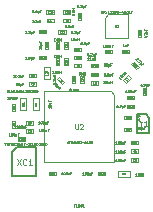
<source format=gbr>
G04 #@! TF.GenerationSoftware,KiCad,Pcbnew,(5.1.2-1)-1*
G04 #@! TF.CreationDate,2019-07-31T11:47:25+02:00*
G04 #@! TF.ProjectId,TLM-v1_2,544c4d2d-7631-45f3-922e-6b696361645f,1.1*
G04 #@! TF.SameCoordinates,Original*
G04 #@! TF.FileFunction,Other,Fab,Top*
%FSLAX46Y46*%
G04 Gerber Fmt 4.6, Leading zero omitted, Abs format (unit mm)*
G04 Created by KiCad (PCBNEW (5.1.2-1)-1) date 2019-07-31 11:47:25*
%MOMM*%
%LPD*%
G04 APERTURE LIST*
%ADD10C,0.100000*%
%ADD11C,0.150000*%
%ADD12C,0.050000*%
%ADD13C,0.037500*%
G04 APERTURE END LIST*
D10*
X141559523Y-83840476D02*
X141559523Y-84030952D01*
X141426190Y-83630952D02*
X141559523Y-83840476D01*
X141692857Y-83630952D01*
X142035714Y-84030952D02*
X141807142Y-84030952D01*
X141921428Y-84030952D02*
X141921428Y-83630952D01*
X141883333Y-83688095D01*
X141845238Y-83726190D01*
X141807142Y-83745238D01*
X130995238Y-86876190D02*
X131328571Y-87376190D01*
X131328571Y-86876190D02*
X130995238Y-87376190D01*
X131804761Y-87328571D02*
X131780952Y-87352380D01*
X131709523Y-87376190D01*
X131661904Y-87376190D01*
X131590476Y-87352380D01*
X131542857Y-87304761D01*
X131519047Y-87257142D01*
X131495238Y-87161904D01*
X131495238Y-87090476D01*
X131519047Y-86995238D01*
X131542857Y-86947619D01*
X131590476Y-86900000D01*
X131661904Y-86876190D01*
X131709523Y-86876190D01*
X131780952Y-86900000D01*
X131804761Y-86923809D01*
X132280952Y-87376190D02*
X131995238Y-87376190D01*
X132138095Y-87376190D02*
X132138095Y-86876190D01*
X132090476Y-86947619D01*
X132042857Y-86995238D01*
X131995238Y-87019047D01*
X132375000Y-84350000D02*
X132375000Y-84650000D01*
X132375000Y-84650000D02*
X131775000Y-84650000D01*
X131775000Y-84650000D02*
X131775000Y-84350000D01*
X131775000Y-84350000D02*
X132375000Y-84350000D01*
D11*
X130600000Y-86275000D02*
X130600000Y-88325000D01*
X130600000Y-88325000D02*
X132600000Y-88325000D01*
X132600000Y-88325000D02*
X132600000Y-85825000D01*
X132600000Y-85825000D02*
X131050000Y-85825000D01*
X131050000Y-85825000D02*
X130600000Y-86275000D01*
X142200000Y-83350000D02*
X141900000Y-83050000D01*
X141200000Y-83050000D02*
X141900000Y-83050000D01*
X141200000Y-84650000D02*
X141200000Y-83050000D01*
X142200000Y-84650000D02*
X141200000Y-84650000D01*
X142200000Y-83350000D02*
X142200000Y-84650000D01*
D10*
X132860000Y-82730000D02*
X132360000Y-82730000D01*
X132360000Y-82730000D02*
X132360000Y-81730000D01*
X132360000Y-81730000D02*
X132860000Y-81730000D01*
X132860000Y-81730000D02*
X132860000Y-82730000D01*
X130890000Y-82820000D02*
X130590000Y-82820000D01*
X130590000Y-82820000D02*
X130590000Y-82220000D01*
X130590000Y-82220000D02*
X130890000Y-82220000D01*
X130890000Y-82220000D02*
X130890000Y-82820000D01*
X141275000Y-86050000D02*
X141275000Y-86350000D01*
X141275000Y-86350000D02*
X140675000Y-86350000D01*
X140675000Y-86350000D02*
X140675000Y-86050000D01*
X140675000Y-86050000D02*
X141275000Y-86050000D01*
X141275000Y-87075000D02*
X140675000Y-87075000D01*
X141275000Y-86775000D02*
X141275000Y-87075000D01*
X140675000Y-86775000D02*
X141275000Y-86775000D01*
X140675000Y-87075000D02*
X140675000Y-86775000D01*
X130590000Y-83620000D02*
X130890000Y-83620000D01*
X130890000Y-83620000D02*
X130890000Y-84220000D01*
X130890000Y-84220000D02*
X130590000Y-84220000D01*
X130590000Y-84220000D02*
X130590000Y-83620000D01*
X132630000Y-80350000D02*
X132630000Y-80650000D01*
X132630000Y-80650000D02*
X132030000Y-80650000D01*
X132030000Y-80650000D02*
X132030000Y-80350000D01*
X132030000Y-80350000D02*
X132630000Y-80350000D01*
X132027000Y-79650000D02*
X132627000Y-79650000D01*
X132027000Y-79950000D02*
X132027000Y-79650000D01*
X132627000Y-79950000D02*
X132027000Y-79950000D01*
X132627000Y-79650000D02*
X132627000Y-79950000D01*
X132375000Y-83650000D02*
X132375000Y-83950000D01*
X132375000Y-83950000D02*
X131775000Y-83950000D01*
X131775000Y-83950000D02*
X131775000Y-83650000D01*
X131775000Y-83650000D02*
X132375000Y-83650000D01*
X139040000Y-77620000D02*
X139040000Y-77920000D01*
X139040000Y-77920000D02*
X138440000Y-77920000D01*
X138440000Y-77920000D02*
X138440000Y-77620000D01*
X138440000Y-77620000D02*
X139040000Y-77620000D01*
X140320000Y-81790000D02*
X140320000Y-81490000D01*
X140320000Y-81490000D02*
X140920000Y-81490000D01*
X140920000Y-81490000D02*
X140920000Y-81790000D01*
X140920000Y-81790000D02*
X140320000Y-81790000D01*
X140320000Y-82560000D02*
X140320000Y-82260000D01*
X140320000Y-82260000D02*
X140920000Y-82260000D01*
X140920000Y-82260000D02*
X140920000Y-82560000D01*
X140920000Y-82560000D02*
X140320000Y-82560000D01*
X133700000Y-87950000D02*
X134300000Y-87950000D01*
X133700000Y-88250000D02*
X133700000Y-87950000D01*
X134300000Y-88250000D02*
X133700000Y-88250000D01*
X134300000Y-87950000D02*
X134300000Y-88250000D01*
X141260000Y-85600000D02*
X140660000Y-85600000D01*
X141260000Y-85300000D02*
X141260000Y-85600000D01*
X140660000Y-85300000D02*
X141260000Y-85300000D01*
X140660000Y-85600000D02*
X140660000Y-85300000D01*
X137876000Y-87937200D02*
X138476000Y-87937200D01*
X137876000Y-88237200D02*
X137876000Y-87937200D01*
X138476000Y-88237200D02*
X137876000Y-88237200D01*
X138476000Y-87937200D02*
X138476000Y-88237200D01*
X134934680Y-74246600D02*
X135534680Y-74246600D01*
X134934680Y-74546600D02*
X134934680Y-74246600D01*
X135534680Y-74546600D02*
X134934680Y-74546600D01*
X135534680Y-74246600D02*
X135534680Y-74546600D01*
X133377800Y-77531240D02*
X133377800Y-76931240D01*
X133677800Y-77531240D02*
X133377800Y-77531240D01*
X133677800Y-76931240D02*
X133677800Y-77531240D01*
X133377800Y-76931240D02*
X133677800Y-76931240D01*
X132897600Y-78122640D02*
X133497600Y-78122640D01*
X132897600Y-78422640D02*
X132897600Y-78122640D01*
X133497600Y-78422640D02*
X132897600Y-78422640D01*
X133497600Y-78122640D02*
X133497600Y-78422640D01*
X132872200Y-75928080D02*
X133472200Y-75928080D01*
X132872200Y-76228080D02*
X132872200Y-75928080D01*
X133472200Y-76228080D02*
X132872200Y-76228080D01*
X133472200Y-75928080D02*
X133472200Y-76228080D01*
X134112280Y-74246600D02*
X134112280Y-74546600D01*
X134112280Y-74546600D02*
X133512280Y-74546600D01*
X133512280Y-74546600D02*
X133512280Y-74246600D01*
X133512280Y-74246600D02*
X134112280Y-74246600D01*
X136451480Y-74490300D02*
X136451480Y-75090300D01*
X136151480Y-74490300D02*
X136451480Y-74490300D01*
X136151480Y-75090300D02*
X136151480Y-74490300D01*
X136451480Y-75090300D02*
X136151480Y-75090300D01*
X141526400Y-76500000D02*
X141226400Y-76500000D01*
X141226400Y-76500000D02*
X141226400Y-75900000D01*
X141226400Y-75900000D02*
X141526400Y-75900000D01*
X141526400Y-75900000D02*
X141526400Y-76500000D01*
X140890208Y-78618076D02*
X141314472Y-79042340D01*
X140678076Y-78830208D02*
X140890208Y-78618076D01*
X141102340Y-79254472D02*
X140678076Y-78830208D01*
X141314472Y-79042340D02*
X141102340Y-79254472D01*
X136661000Y-80420000D02*
X136361000Y-80420000D01*
X136361000Y-80420000D02*
X136361000Y-79820000D01*
X136361000Y-79820000D02*
X136661000Y-79820000D01*
X136661000Y-79820000D02*
X136661000Y-80420000D01*
X135949800Y-79820000D02*
X135949800Y-80420000D01*
X135649800Y-79820000D02*
X135949800Y-79820000D01*
X135649800Y-80420000D02*
X135649800Y-79820000D01*
X135949800Y-80420000D02*
X135649800Y-80420000D01*
X134302360Y-78938400D02*
X134302360Y-78338400D01*
X134602360Y-78938400D02*
X134302360Y-78938400D01*
X134602360Y-78338400D02*
X134602360Y-78938400D01*
X134302360Y-78338400D02*
X134602360Y-78338400D01*
X134302360Y-77551560D02*
X134302360Y-76951560D01*
X134602360Y-77551560D02*
X134302360Y-77551560D01*
X134602360Y-76951560D02*
X134602360Y-77551560D01*
X134302360Y-76951560D02*
X134602360Y-76951560D01*
X137271600Y-79114300D02*
X137271600Y-78814300D01*
X137271600Y-78814300D02*
X137871600Y-78814300D01*
X137871600Y-78814300D02*
X137871600Y-79114300D01*
X137871600Y-79114300D02*
X137271600Y-79114300D01*
X137271600Y-79550900D02*
X137871600Y-79550900D01*
X137271600Y-79850900D02*
X137271600Y-79550900D01*
X137871600Y-79850900D02*
X137271600Y-79850900D01*
X137871600Y-79550900D02*
X137871600Y-79850900D01*
X135864320Y-78432800D02*
X135864320Y-78132800D01*
X135864320Y-78132800D02*
X136464320Y-78132800D01*
X136464320Y-78132800D02*
X136464320Y-78432800D01*
X136464320Y-78432800D02*
X135864320Y-78432800D01*
X136464320Y-77736840D02*
X135864320Y-77736840D01*
X136464320Y-77436840D02*
X136464320Y-77736840D01*
X135864320Y-77436840D02*
X136464320Y-77436840D01*
X135864320Y-77736840D02*
X135864320Y-77436840D01*
X135133360Y-75953480D02*
X135133360Y-76253480D01*
X135133360Y-76253480D02*
X134533360Y-76253480D01*
X134533360Y-76253480D02*
X134533360Y-75953480D01*
X134533360Y-75953480D02*
X135133360Y-75953480D01*
X141980000Y-81420000D02*
X141680000Y-81420000D01*
X141680000Y-81420000D02*
X141680000Y-80820000D01*
X141680000Y-80820000D02*
X141980000Y-80820000D01*
X141980000Y-80820000D02*
X141980000Y-81420000D01*
X140490000Y-77920000D02*
X139890000Y-77920000D01*
X140490000Y-77620000D02*
X140490000Y-77920000D01*
X139890000Y-77620000D02*
X140490000Y-77620000D01*
X139890000Y-77920000D02*
X139890000Y-77620000D01*
X131675000Y-85025000D02*
X131675000Y-85325000D01*
X131675000Y-85325000D02*
X131075000Y-85325000D01*
X131075000Y-85325000D02*
X131075000Y-85025000D01*
X131075000Y-85025000D02*
X131675000Y-85025000D01*
X140700000Y-83490000D02*
X140100000Y-83490000D01*
X140700000Y-83190000D02*
X140700000Y-83490000D01*
X140100000Y-83190000D02*
X140700000Y-83190000D01*
X140100000Y-83490000D02*
X140100000Y-83190000D01*
X140100000Y-84530000D02*
X140100000Y-84230000D01*
X140100000Y-84230000D02*
X140700000Y-84230000D01*
X140700000Y-84230000D02*
X140700000Y-84530000D01*
X140700000Y-84530000D02*
X140100000Y-84530000D01*
X131810000Y-82730000D02*
X131310000Y-82730000D01*
X131310000Y-82730000D02*
X131310000Y-81730000D01*
X131310000Y-81730000D02*
X131810000Y-81730000D01*
X131810000Y-81730000D02*
X131810000Y-82730000D01*
X133537680Y-75283200D02*
X133537680Y-74983200D01*
X133537680Y-74983200D02*
X134137680Y-74983200D01*
X134137680Y-74983200D02*
X134137680Y-75283200D01*
X134137680Y-75283200D02*
X133537680Y-75283200D01*
X135534680Y-75283200D02*
X134934680Y-75283200D01*
X135534680Y-74983200D02*
X135534680Y-75283200D01*
X134934680Y-74983200D02*
X135534680Y-74983200D01*
X134934680Y-75283200D02*
X134934680Y-74983200D01*
X134806066Y-80543198D02*
X134381802Y-80118934D01*
X135018198Y-80331066D02*
X134806066Y-80543198D01*
X134593934Y-79906802D02*
X135018198Y-80331066D01*
X134381802Y-80118934D02*
X134593934Y-79906802D01*
X140423296Y-79785772D02*
X140635428Y-79997904D01*
X140635428Y-79997904D02*
X140211164Y-80422168D01*
X140211164Y-80422168D02*
X139999032Y-80210036D01*
X139999032Y-80210036D02*
X140423296Y-79785772D01*
X137271600Y-80587500D02*
X137271600Y-80287500D01*
X137271600Y-80287500D02*
X137871600Y-80287500D01*
X137871600Y-80287500D02*
X137871600Y-80587500D01*
X137871600Y-80587500D02*
X137271600Y-80587500D01*
X135869400Y-78814300D02*
X136469400Y-78814300D01*
X135869400Y-79114300D02*
X135869400Y-78814300D01*
X136469400Y-79114300D02*
X135869400Y-79114300D01*
X136469400Y-78814300D02*
X136469400Y-79114300D01*
X135298320Y-78938400D02*
X134998320Y-78938400D01*
X134998320Y-78938400D02*
X134998320Y-78338400D01*
X134998320Y-78338400D02*
X135298320Y-78338400D01*
X135298320Y-78338400D02*
X135298320Y-78938400D01*
X135298320Y-76946480D02*
X135298320Y-77546480D01*
X134998320Y-76946480D02*
X135298320Y-76946480D01*
X134998320Y-77546480D02*
X134998320Y-76946480D01*
X135298320Y-77546480D02*
X134998320Y-77546480D01*
X140555600Y-87850000D02*
X140555600Y-88350000D01*
X140555600Y-88350000D02*
X139555600Y-88350000D01*
X139555600Y-88350000D02*
X139555600Y-87850000D01*
X139555600Y-87850000D02*
X140555600Y-87850000D01*
X133271000Y-87137500D02*
X139271000Y-87137500D01*
X133271000Y-81137500D02*
X138971000Y-81137500D01*
X133271000Y-81137500D02*
X133271000Y-87137500D01*
X139271000Y-81437500D02*
X139271000Y-87137500D01*
X138971000Y-81137500D02*
X139271000Y-81437500D01*
X138440000Y-74910000D02*
X138740000Y-74610000D01*
X138440000Y-76610000D02*
X138440000Y-74910000D01*
X140440000Y-76610000D02*
X138440000Y-76610000D01*
X140440000Y-74610000D02*
X140440000Y-76610000D01*
X138740000Y-74610000D02*
X140440000Y-74610000D01*
X133772600Y-80084240D02*
X133272600Y-80084240D01*
X133272600Y-80084240D02*
X133272600Y-79084240D01*
X133272600Y-79084240D02*
X133772600Y-79084240D01*
X133772600Y-79084240D02*
X133772600Y-80084240D01*
D12*
X132958956Y-84532476D02*
X132844670Y-84532476D01*
X132901813Y-84532476D02*
X132901813Y-84332476D01*
X132882765Y-84361047D01*
X132863718Y-84380095D01*
X132844670Y-84389619D01*
X133082765Y-84332476D02*
X133101813Y-84332476D01*
X133120860Y-84342000D01*
X133130384Y-84351523D01*
X133139908Y-84370571D01*
X133149432Y-84408666D01*
X133149432Y-84456285D01*
X133139908Y-84494380D01*
X133130384Y-84513428D01*
X133120860Y-84522952D01*
X133101813Y-84532476D01*
X133082765Y-84532476D01*
X133063718Y-84522952D01*
X133054194Y-84513428D01*
X133044670Y-84494380D01*
X133035146Y-84456285D01*
X133035146Y-84408666D01*
X133044670Y-84370571D01*
X133054194Y-84351523D01*
X133063718Y-84342000D01*
X133082765Y-84332476D01*
X133273241Y-84332476D02*
X133292289Y-84332476D01*
X133311337Y-84342000D01*
X133320860Y-84351523D01*
X133330384Y-84370571D01*
X133339908Y-84408666D01*
X133339908Y-84456285D01*
X133330384Y-84494380D01*
X133320860Y-84513428D01*
X133311337Y-84522952D01*
X133292289Y-84532476D01*
X133273241Y-84532476D01*
X133254194Y-84522952D01*
X133244670Y-84513428D01*
X133235146Y-84494380D01*
X133225622Y-84456285D01*
X133225622Y-84408666D01*
X133235146Y-84370571D01*
X133244670Y-84351523D01*
X133254194Y-84342000D01*
X133273241Y-84332476D01*
X133425622Y-84399142D02*
X133425622Y-84532476D01*
X133425622Y-84418190D02*
X133435146Y-84408666D01*
X133454194Y-84399142D01*
X133482765Y-84399142D01*
X133501813Y-84408666D01*
X133511337Y-84427714D01*
X133511337Y-84532476D01*
X133673241Y-84427714D02*
X133606575Y-84427714D01*
X133606575Y-84532476D02*
X133606575Y-84332476D01*
X133701813Y-84332476D01*
D13*
X132044600Y-84566691D02*
X132037457Y-84573834D01*
X132016028Y-84580977D01*
X132001742Y-84580977D01*
X131980314Y-84573834D01*
X131966028Y-84559548D01*
X131958885Y-84545262D01*
X131951742Y-84516691D01*
X131951742Y-84495262D01*
X131958885Y-84466691D01*
X131966028Y-84452405D01*
X131980314Y-84438120D01*
X132001742Y-84430977D01*
X132016028Y-84430977D01*
X132037457Y-84438120D01*
X132044600Y-84445262D01*
X132094600Y-84430977D02*
X132187457Y-84430977D01*
X132137457Y-84488120D01*
X132158885Y-84488120D01*
X132173171Y-84495262D01*
X132180314Y-84502405D01*
X132187457Y-84516691D01*
X132187457Y-84552405D01*
X132180314Y-84566691D01*
X132173171Y-84573834D01*
X132158885Y-84580977D01*
X132116028Y-84580977D01*
X132101742Y-84573834D01*
X132094600Y-84566691D01*
D12*
X129915714Y-85500476D02*
X130030000Y-85500476D01*
X129972857Y-85700476D02*
X129972857Y-85500476D01*
X130134761Y-85605238D02*
X130134761Y-85700476D01*
X130068095Y-85500476D02*
X130134761Y-85605238D01*
X130201428Y-85500476D01*
X130268095Y-85595714D02*
X130334761Y-85595714D01*
X130363333Y-85700476D02*
X130268095Y-85700476D01*
X130268095Y-85500476D01*
X130363333Y-85500476D01*
X130420476Y-85500476D02*
X130534761Y-85500476D01*
X130477619Y-85700476D02*
X130477619Y-85500476D01*
X130668095Y-85595714D02*
X130696666Y-85605238D01*
X130706190Y-85614761D01*
X130715714Y-85633809D01*
X130715714Y-85662380D01*
X130706190Y-85681428D01*
X130696666Y-85690952D01*
X130677619Y-85700476D01*
X130601428Y-85700476D01*
X130601428Y-85500476D01*
X130668095Y-85500476D01*
X130687142Y-85510000D01*
X130696666Y-85519523D01*
X130706190Y-85538571D01*
X130706190Y-85557619D01*
X130696666Y-85576666D01*
X130687142Y-85586190D01*
X130668095Y-85595714D01*
X130601428Y-85595714D01*
X130915714Y-85681428D02*
X130906190Y-85690952D01*
X130877619Y-85700476D01*
X130858571Y-85700476D01*
X130830000Y-85690952D01*
X130810952Y-85671904D01*
X130801428Y-85652857D01*
X130791904Y-85614761D01*
X130791904Y-85586190D01*
X130801428Y-85548095D01*
X130810952Y-85529047D01*
X130830000Y-85510000D01*
X130858571Y-85500476D01*
X130877619Y-85500476D01*
X130906190Y-85510000D01*
X130915714Y-85519523D01*
X130991904Y-85690952D02*
X131020476Y-85700476D01*
X131068095Y-85700476D01*
X131087142Y-85690952D01*
X131096666Y-85681428D01*
X131106190Y-85662380D01*
X131106190Y-85643333D01*
X131096666Y-85624285D01*
X131087142Y-85614761D01*
X131068095Y-85605238D01*
X131030000Y-85595714D01*
X131010952Y-85586190D01*
X131001428Y-85576666D01*
X130991904Y-85557619D01*
X130991904Y-85538571D01*
X131001428Y-85519523D01*
X131010952Y-85510000D01*
X131030000Y-85500476D01*
X131077619Y-85500476D01*
X131106190Y-85510000D01*
X131182380Y-85643333D02*
X131277619Y-85643333D01*
X131163333Y-85700476D02*
X131230000Y-85500476D01*
X131296666Y-85700476D01*
X131363333Y-85700476D02*
X131363333Y-85500476D01*
X131477619Y-85700476D01*
X131477619Y-85500476D01*
X131639523Y-85595714D02*
X131572857Y-85595714D01*
X131572857Y-85700476D02*
X131572857Y-85500476D01*
X131668095Y-85500476D01*
X131744285Y-85624285D02*
X131896666Y-85624285D01*
X131972857Y-85500476D02*
X132096666Y-85500476D01*
X132030000Y-85576666D01*
X132058571Y-85576666D01*
X132077619Y-85586190D01*
X132087142Y-85595714D01*
X132096666Y-85614761D01*
X132096666Y-85662380D01*
X132087142Y-85681428D01*
X132077619Y-85690952D01*
X132058571Y-85700476D01*
X132001428Y-85700476D01*
X131982380Y-85690952D01*
X131972857Y-85681428D01*
X132172857Y-85519523D02*
X132182380Y-85510000D01*
X132201428Y-85500476D01*
X132249047Y-85500476D01*
X132268095Y-85510000D01*
X132277619Y-85519523D01*
X132287142Y-85538571D01*
X132287142Y-85557619D01*
X132277619Y-85586190D01*
X132163333Y-85700476D01*
X132287142Y-85700476D01*
X132372857Y-85681428D02*
X132382380Y-85690952D01*
X132372857Y-85700476D01*
X132363333Y-85690952D01*
X132372857Y-85681428D01*
X132372857Y-85700476D01*
X132506190Y-85500476D02*
X132525238Y-85500476D01*
X132544285Y-85510000D01*
X132553809Y-85519523D01*
X132563333Y-85538571D01*
X132572857Y-85576666D01*
X132572857Y-85624285D01*
X132563333Y-85662380D01*
X132553809Y-85681428D01*
X132544285Y-85690952D01*
X132525238Y-85700476D01*
X132506190Y-85700476D01*
X132487142Y-85690952D01*
X132477619Y-85681428D01*
X132468095Y-85662380D01*
X132458571Y-85624285D01*
X132458571Y-85576666D01*
X132468095Y-85538571D01*
X132477619Y-85519523D01*
X132487142Y-85510000D01*
X132506190Y-85500476D01*
X132696666Y-85500476D02*
X132715714Y-85500476D01*
X132734761Y-85510000D01*
X132744285Y-85519523D01*
X132753809Y-85538571D01*
X132763333Y-85576666D01*
X132763333Y-85624285D01*
X132753809Y-85662380D01*
X132744285Y-85681428D01*
X132734761Y-85690952D01*
X132715714Y-85700476D01*
X132696666Y-85700476D01*
X132677619Y-85690952D01*
X132668095Y-85681428D01*
X132658571Y-85662380D01*
X132649047Y-85624285D01*
X132649047Y-85576666D01*
X132658571Y-85538571D01*
X132668095Y-85519523D01*
X132677619Y-85510000D01*
X132696666Y-85500476D01*
X132887142Y-85500476D02*
X132906190Y-85500476D01*
X132925238Y-85510000D01*
X132934761Y-85519523D01*
X132944285Y-85538571D01*
X132953809Y-85576666D01*
X132953809Y-85624285D01*
X132944285Y-85662380D01*
X132934761Y-85681428D01*
X132925238Y-85690952D01*
X132906190Y-85700476D01*
X132887142Y-85700476D01*
X132868095Y-85690952D01*
X132858571Y-85681428D01*
X132849047Y-85662380D01*
X132839523Y-85624285D01*
X132839523Y-85576666D01*
X132849047Y-85538571D01*
X132858571Y-85519523D01*
X132868095Y-85510000D01*
X132887142Y-85500476D01*
X133077619Y-85500476D02*
X133096666Y-85500476D01*
X133115714Y-85510000D01*
X133125238Y-85519523D01*
X133134761Y-85538571D01*
X133144285Y-85576666D01*
X133144285Y-85624285D01*
X133134761Y-85662380D01*
X133125238Y-85681428D01*
X133115714Y-85690952D01*
X133096666Y-85700476D01*
X133077619Y-85700476D01*
X133058571Y-85690952D01*
X133049047Y-85681428D01*
X133039523Y-85662380D01*
X133030000Y-85624285D01*
X133030000Y-85576666D01*
X133039523Y-85538571D01*
X133049047Y-85519523D01*
X133058571Y-85510000D01*
X133077619Y-85500476D01*
X133268095Y-85500476D02*
X133287142Y-85500476D01*
X133306190Y-85510000D01*
X133315714Y-85519523D01*
X133325238Y-85538571D01*
X133334761Y-85576666D01*
X133334761Y-85624285D01*
X133325238Y-85662380D01*
X133315714Y-85681428D01*
X133306190Y-85690952D01*
X133287142Y-85700476D01*
X133268095Y-85700476D01*
X133249047Y-85690952D01*
X133239523Y-85681428D01*
X133230000Y-85662380D01*
X133220476Y-85624285D01*
X133220476Y-85576666D01*
X133230000Y-85538571D01*
X133239523Y-85519523D01*
X133249047Y-85510000D01*
X133268095Y-85500476D01*
X133458571Y-85500476D02*
X133477619Y-85500476D01*
X133496666Y-85510000D01*
X133506190Y-85519523D01*
X133515714Y-85538571D01*
X133525238Y-85576666D01*
X133525238Y-85624285D01*
X133515714Y-85662380D01*
X133506190Y-85681428D01*
X133496666Y-85690952D01*
X133477619Y-85700476D01*
X133458571Y-85700476D01*
X133439523Y-85690952D01*
X133430000Y-85681428D01*
X133420476Y-85662380D01*
X133410952Y-85624285D01*
X133410952Y-85576666D01*
X133420476Y-85538571D01*
X133430000Y-85519523D01*
X133439523Y-85510000D01*
X133458571Y-85500476D01*
X135828142Y-90695476D02*
X135942428Y-90695476D01*
X135885285Y-90895476D02*
X135885285Y-90695476D01*
X136104333Y-90895476D02*
X136009095Y-90895476D01*
X136009095Y-90695476D01*
X136171000Y-90895476D02*
X136171000Y-90695476D01*
X136237666Y-90838333D01*
X136304333Y-90695476D01*
X136304333Y-90895476D01*
X136437666Y-90695476D02*
X136456714Y-90695476D01*
X136475761Y-90705000D01*
X136485285Y-90714523D01*
X136494809Y-90733571D01*
X136504333Y-90771666D01*
X136504333Y-90819285D01*
X136494809Y-90857380D01*
X136485285Y-90876428D01*
X136475761Y-90885952D01*
X136456714Y-90895476D01*
X136437666Y-90895476D01*
X136418619Y-90885952D01*
X136409095Y-90876428D01*
X136399571Y-90857380D01*
X136390047Y-90819285D01*
X136390047Y-90771666D01*
X136399571Y-90733571D01*
X136409095Y-90714523D01*
X136418619Y-90705000D01*
X136437666Y-90695476D01*
X136694809Y-90895476D02*
X136580523Y-90895476D01*
X136637666Y-90895476D02*
X136637666Y-90695476D01*
X136618619Y-90724047D01*
X136599571Y-90743095D01*
X136580523Y-90752619D01*
X133870476Y-82444285D02*
X133870476Y-82558571D01*
X133870476Y-82501428D02*
X133670476Y-82501428D01*
X133699047Y-82520476D01*
X133718095Y-82539523D01*
X133727619Y-82558571D01*
X133670476Y-82320476D02*
X133670476Y-82301428D01*
X133680000Y-82282380D01*
X133689523Y-82272857D01*
X133708571Y-82263333D01*
X133746666Y-82253809D01*
X133794285Y-82253809D01*
X133832380Y-82263333D01*
X133851428Y-82272857D01*
X133860952Y-82282380D01*
X133870476Y-82301428D01*
X133870476Y-82320476D01*
X133860952Y-82339523D01*
X133851428Y-82349047D01*
X133832380Y-82358571D01*
X133794285Y-82368095D01*
X133746666Y-82368095D01*
X133708571Y-82358571D01*
X133689523Y-82349047D01*
X133680000Y-82339523D01*
X133670476Y-82320476D01*
X133737142Y-82082380D02*
X133870476Y-82082380D01*
X133737142Y-82168095D02*
X133841904Y-82168095D01*
X133860952Y-82158571D01*
X133870476Y-82139523D01*
X133870476Y-82110952D01*
X133860952Y-82091904D01*
X133851428Y-82082380D01*
X133765714Y-81920476D02*
X133765714Y-81987142D01*
X133870476Y-81987142D02*
X133670476Y-81987142D01*
X133670476Y-81891904D01*
D13*
X132646651Y-82244800D02*
X132653794Y-82251942D01*
X132660937Y-82273371D01*
X132660937Y-82287657D01*
X132653794Y-82309085D01*
X132639508Y-82323371D01*
X132625222Y-82330514D01*
X132596651Y-82337657D01*
X132575222Y-82337657D01*
X132546651Y-82330514D01*
X132532365Y-82323371D01*
X132518080Y-82309085D01*
X132510937Y-82287657D01*
X132510937Y-82273371D01*
X132518080Y-82251942D01*
X132525222Y-82244800D01*
X132660937Y-82101942D02*
X132660937Y-82187657D01*
X132660937Y-82144800D02*
X132510937Y-82144800D01*
X132532365Y-82159085D01*
X132546651Y-82173371D01*
X132553794Y-82187657D01*
D12*
X130282036Y-81771796D02*
X130167750Y-81771796D01*
X130224893Y-81771796D02*
X130224893Y-81571796D01*
X130205845Y-81600367D01*
X130186798Y-81619415D01*
X130167750Y-81628939D01*
X130405845Y-81571796D02*
X130424893Y-81571796D01*
X130443940Y-81581320D01*
X130453464Y-81590843D01*
X130462988Y-81609891D01*
X130472512Y-81647986D01*
X130472512Y-81695605D01*
X130462988Y-81733700D01*
X130453464Y-81752748D01*
X130443940Y-81762272D01*
X130424893Y-81771796D01*
X130405845Y-81771796D01*
X130386798Y-81762272D01*
X130377274Y-81752748D01*
X130367750Y-81733700D01*
X130358226Y-81695605D01*
X130358226Y-81647986D01*
X130367750Y-81609891D01*
X130377274Y-81590843D01*
X130386798Y-81581320D01*
X130405845Y-81571796D01*
X130596321Y-81571796D02*
X130615369Y-81571796D01*
X130634417Y-81581320D01*
X130643940Y-81590843D01*
X130653464Y-81609891D01*
X130662988Y-81647986D01*
X130662988Y-81695605D01*
X130653464Y-81733700D01*
X130643940Y-81752748D01*
X130634417Y-81762272D01*
X130615369Y-81771796D01*
X130596321Y-81771796D01*
X130577274Y-81762272D01*
X130567750Y-81752748D01*
X130558226Y-81733700D01*
X130548702Y-81695605D01*
X130548702Y-81647986D01*
X130558226Y-81609891D01*
X130567750Y-81590843D01*
X130577274Y-81581320D01*
X130596321Y-81571796D01*
X130748702Y-81638462D02*
X130748702Y-81771796D01*
X130748702Y-81657510D02*
X130758226Y-81647986D01*
X130777274Y-81638462D01*
X130805845Y-81638462D01*
X130824893Y-81647986D01*
X130834417Y-81667034D01*
X130834417Y-81771796D01*
X130996321Y-81667034D02*
X130929655Y-81667034D01*
X130929655Y-81771796D02*
X130929655Y-81571796D01*
X131024893Y-81571796D01*
D13*
X130792451Y-82539440D02*
X130799594Y-82546582D01*
X130806737Y-82568011D01*
X130806737Y-82582297D01*
X130799594Y-82603725D01*
X130785308Y-82618011D01*
X130771022Y-82625154D01*
X130742451Y-82632297D01*
X130721022Y-82632297D01*
X130692451Y-82625154D01*
X130678165Y-82618011D01*
X130663880Y-82603725D01*
X130656737Y-82582297D01*
X130656737Y-82568011D01*
X130663880Y-82546582D01*
X130671022Y-82539440D01*
X130671022Y-82482297D02*
X130663880Y-82475154D01*
X130656737Y-82460868D01*
X130656737Y-82425154D01*
X130663880Y-82410868D01*
X130671022Y-82403725D01*
X130685308Y-82396582D01*
X130699594Y-82396582D01*
X130721022Y-82403725D01*
X130806737Y-82489440D01*
X130806737Y-82396582D01*
D12*
X139456516Y-86333636D02*
X139342230Y-86333636D01*
X139399373Y-86333636D02*
X139399373Y-86133636D01*
X139380325Y-86162207D01*
X139361278Y-86181255D01*
X139342230Y-86190779D01*
X139580325Y-86133636D02*
X139599373Y-86133636D01*
X139618420Y-86143160D01*
X139627944Y-86152683D01*
X139637468Y-86171731D01*
X139646992Y-86209826D01*
X139646992Y-86257445D01*
X139637468Y-86295540D01*
X139627944Y-86314588D01*
X139618420Y-86324112D01*
X139599373Y-86333636D01*
X139580325Y-86333636D01*
X139561278Y-86324112D01*
X139551754Y-86314588D01*
X139542230Y-86295540D01*
X139532706Y-86257445D01*
X139532706Y-86209826D01*
X139542230Y-86171731D01*
X139551754Y-86152683D01*
X139561278Y-86143160D01*
X139580325Y-86133636D01*
X139770801Y-86133636D02*
X139789849Y-86133636D01*
X139808897Y-86143160D01*
X139818420Y-86152683D01*
X139827944Y-86171731D01*
X139837468Y-86209826D01*
X139837468Y-86257445D01*
X139827944Y-86295540D01*
X139818420Y-86314588D01*
X139808897Y-86324112D01*
X139789849Y-86333636D01*
X139770801Y-86333636D01*
X139751754Y-86324112D01*
X139742230Y-86314588D01*
X139732706Y-86295540D01*
X139723182Y-86257445D01*
X139723182Y-86209826D01*
X139732706Y-86171731D01*
X139742230Y-86152683D01*
X139751754Y-86143160D01*
X139770801Y-86133636D01*
X139923182Y-86200302D02*
X139923182Y-86333636D01*
X139923182Y-86219350D02*
X139932706Y-86209826D01*
X139951754Y-86200302D01*
X139980325Y-86200302D01*
X139999373Y-86209826D01*
X140008897Y-86228874D01*
X140008897Y-86333636D01*
X140170801Y-86228874D02*
X140104135Y-86228874D01*
X140104135Y-86333636D02*
X140104135Y-86133636D01*
X140199373Y-86133636D01*
D13*
X140975480Y-86256091D02*
X140968337Y-86263234D01*
X140946908Y-86270377D01*
X140932622Y-86270377D01*
X140911194Y-86263234D01*
X140896908Y-86248948D01*
X140889765Y-86234662D01*
X140882622Y-86206091D01*
X140882622Y-86184662D01*
X140889765Y-86156091D01*
X140896908Y-86141805D01*
X140911194Y-86127520D01*
X140932622Y-86120377D01*
X140946908Y-86120377D01*
X140968337Y-86127520D01*
X140975480Y-86134662D01*
X141104051Y-86170377D02*
X141104051Y-86270377D01*
X141068337Y-86113234D02*
X141032622Y-86220377D01*
X141125480Y-86220377D01*
D12*
X139461596Y-87049916D02*
X139347310Y-87049916D01*
X139404453Y-87049916D02*
X139404453Y-86849916D01*
X139385405Y-86878487D01*
X139366358Y-86897535D01*
X139347310Y-86907059D01*
X139585405Y-86849916D02*
X139604453Y-86849916D01*
X139623500Y-86859440D01*
X139633024Y-86868963D01*
X139642548Y-86888011D01*
X139652072Y-86926106D01*
X139652072Y-86973725D01*
X139642548Y-87011820D01*
X139633024Y-87030868D01*
X139623500Y-87040392D01*
X139604453Y-87049916D01*
X139585405Y-87049916D01*
X139566358Y-87040392D01*
X139556834Y-87030868D01*
X139547310Y-87011820D01*
X139537786Y-86973725D01*
X139537786Y-86926106D01*
X139547310Y-86888011D01*
X139556834Y-86868963D01*
X139566358Y-86859440D01*
X139585405Y-86849916D01*
X139775881Y-86849916D02*
X139794929Y-86849916D01*
X139813977Y-86859440D01*
X139823500Y-86868963D01*
X139833024Y-86888011D01*
X139842548Y-86926106D01*
X139842548Y-86973725D01*
X139833024Y-87011820D01*
X139823500Y-87030868D01*
X139813977Y-87040392D01*
X139794929Y-87049916D01*
X139775881Y-87049916D01*
X139756834Y-87040392D01*
X139747310Y-87030868D01*
X139737786Y-87011820D01*
X139728262Y-86973725D01*
X139728262Y-86926106D01*
X139737786Y-86888011D01*
X139747310Y-86868963D01*
X139756834Y-86859440D01*
X139775881Y-86849916D01*
X139928262Y-86916582D02*
X139928262Y-87049916D01*
X139928262Y-86935630D02*
X139937786Y-86926106D01*
X139956834Y-86916582D01*
X139985405Y-86916582D01*
X140004453Y-86926106D01*
X140013977Y-86945154D01*
X140013977Y-87049916D01*
X140175881Y-86945154D02*
X140109215Y-86945154D01*
X140109215Y-87049916D02*
X140109215Y-86849916D01*
X140204453Y-86849916D01*
D13*
X140945000Y-86992691D02*
X140937857Y-86999834D01*
X140916428Y-87006977D01*
X140902142Y-87006977D01*
X140880714Y-86999834D01*
X140866428Y-86985548D01*
X140859285Y-86971262D01*
X140852142Y-86942691D01*
X140852142Y-86921262D01*
X140859285Y-86892691D01*
X140866428Y-86878405D01*
X140880714Y-86864120D01*
X140902142Y-86856977D01*
X140916428Y-86856977D01*
X140937857Y-86864120D01*
X140945000Y-86871262D01*
X141080714Y-86856977D02*
X141009285Y-86856977D01*
X141002142Y-86928405D01*
X141009285Y-86921262D01*
X141023571Y-86914120D01*
X141059285Y-86914120D01*
X141073571Y-86921262D01*
X141080714Y-86928405D01*
X141087857Y-86942691D01*
X141087857Y-86978405D01*
X141080714Y-86992691D01*
X141073571Y-86999834D01*
X141059285Y-87006977D01*
X141023571Y-87006977D01*
X141009285Y-86999834D01*
X141002142Y-86992691D01*
D12*
X130419196Y-84875676D02*
X130304910Y-84875676D01*
X130362053Y-84875676D02*
X130362053Y-84675676D01*
X130343005Y-84704247D01*
X130323958Y-84723295D01*
X130304910Y-84732819D01*
X130543005Y-84675676D02*
X130562053Y-84675676D01*
X130581100Y-84685200D01*
X130590624Y-84694723D01*
X130600148Y-84713771D01*
X130609672Y-84751866D01*
X130609672Y-84799485D01*
X130600148Y-84837580D01*
X130590624Y-84856628D01*
X130581100Y-84866152D01*
X130562053Y-84875676D01*
X130543005Y-84875676D01*
X130523958Y-84866152D01*
X130514434Y-84856628D01*
X130504910Y-84837580D01*
X130495386Y-84799485D01*
X130495386Y-84751866D01*
X130504910Y-84713771D01*
X130514434Y-84694723D01*
X130523958Y-84685200D01*
X130543005Y-84675676D01*
X130733481Y-84675676D02*
X130752529Y-84675676D01*
X130771577Y-84685200D01*
X130781100Y-84694723D01*
X130790624Y-84713771D01*
X130800148Y-84751866D01*
X130800148Y-84799485D01*
X130790624Y-84837580D01*
X130781100Y-84856628D01*
X130771577Y-84866152D01*
X130752529Y-84875676D01*
X130733481Y-84875676D01*
X130714434Y-84866152D01*
X130704910Y-84856628D01*
X130695386Y-84837580D01*
X130685862Y-84799485D01*
X130685862Y-84751866D01*
X130695386Y-84713771D01*
X130704910Y-84694723D01*
X130714434Y-84685200D01*
X130733481Y-84675676D01*
X130885862Y-84742342D02*
X130885862Y-84875676D01*
X130885862Y-84761390D02*
X130895386Y-84751866D01*
X130914434Y-84742342D01*
X130943005Y-84742342D01*
X130962053Y-84751866D01*
X130971577Y-84770914D01*
X130971577Y-84875676D01*
X131133481Y-84770914D02*
X131066815Y-84770914D01*
X131066815Y-84875676D02*
X131066815Y-84675676D01*
X131162053Y-84675676D01*
D13*
X130802611Y-83936440D02*
X130809754Y-83943582D01*
X130816897Y-83965011D01*
X130816897Y-83979297D01*
X130809754Y-84000725D01*
X130795468Y-84015011D01*
X130781182Y-84022154D01*
X130752611Y-84029297D01*
X130731182Y-84029297D01*
X130702611Y-84022154D01*
X130688325Y-84015011D01*
X130674040Y-84000725D01*
X130666897Y-83979297D01*
X130666897Y-83965011D01*
X130674040Y-83943582D01*
X130681182Y-83936440D01*
X130666897Y-83807868D02*
X130666897Y-83836440D01*
X130674040Y-83850725D01*
X130681182Y-83857868D01*
X130702611Y-83872154D01*
X130731182Y-83879297D01*
X130788325Y-83879297D01*
X130802611Y-83872154D01*
X130809754Y-83865011D01*
X130816897Y-83850725D01*
X130816897Y-83822154D01*
X130809754Y-83807868D01*
X130802611Y-83800725D01*
X130788325Y-83793582D01*
X130752611Y-83793582D01*
X130738325Y-83800725D01*
X130731182Y-83807868D01*
X130724040Y-83822154D01*
X130724040Y-83850725D01*
X130731182Y-83865011D01*
X130738325Y-83872154D01*
X130752611Y-83879297D01*
D12*
X130893544Y-80418636D02*
X131017354Y-80418636D01*
X130950687Y-80494826D01*
X130979259Y-80494826D01*
X130998306Y-80504350D01*
X131007830Y-80513874D01*
X131017354Y-80532921D01*
X131017354Y-80580540D01*
X131007830Y-80599588D01*
X130998306Y-80609112D01*
X130979259Y-80618636D01*
X130922116Y-80618636D01*
X130903068Y-80609112D01*
X130893544Y-80599588D01*
X131084020Y-80418636D02*
X131207830Y-80418636D01*
X131141163Y-80494826D01*
X131169735Y-80494826D01*
X131188782Y-80504350D01*
X131198306Y-80513874D01*
X131207830Y-80532921D01*
X131207830Y-80580540D01*
X131198306Y-80599588D01*
X131188782Y-80609112D01*
X131169735Y-80618636D01*
X131112592Y-80618636D01*
X131093544Y-80609112D01*
X131084020Y-80599588D01*
X131293544Y-80485302D02*
X131293544Y-80685302D01*
X131293544Y-80494826D02*
X131312592Y-80485302D01*
X131350687Y-80485302D01*
X131369735Y-80494826D01*
X131379259Y-80504350D01*
X131388782Y-80523398D01*
X131388782Y-80580540D01*
X131379259Y-80599588D01*
X131369735Y-80609112D01*
X131350687Y-80618636D01*
X131312592Y-80618636D01*
X131293544Y-80609112D01*
X131541163Y-80513874D02*
X131474497Y-80513874D01*
X131474497Y-80618636D02*
X131474497Y-80418636D01*
X131569735Y-80418636D01*
D13*
X132324240Y-80556331D02*
X132317097Y-80563474D01*
X132295668Y-80570617D01*
X132281382Y-80570617D01*
X132259954Y-80563474D01*
X132245668Y-80549188D01*
X132238525Y-80534902D01*
X132231382Y-80506331D01*
X132231382Y-80484902D01*
X132238525Y-80456331D01*
X132245668Y-80442045D01*
X132259954Y-80427760D01*
X132281382Y-80420617D01*
X132295668Y-80420617D01*
X132317097Y-80427760D01*
X132324240Y-80434902D01*
X132374240Y-80420617D02*
X132474240Y-80420617D01*
X132409954Y-80570617D01*
D12*
X130790036Y-79922676D02*
X130675750Y-79922676D01*
X130732893Y-79922676D02*
X130732893Y-79722676D01*
X130713845Y-79751247D01*
X130694798Y-79770295D01*
X130675750Y-79779819D01*
X130913845Y-79722676D02*
X130932893Y-79722676D01*
X130951940Y-79732200D01*
X130961464Y-79741723D01*
X130970988Y-79760771D01*
X130980512Y-79798866D01*
X130980512Y-79846485D01*
X130970988Y-79884580D01*
X130961464Y-79903628D01*
X130951940Y-79913152D01*
X130932893Y-79922676D01*
X130913845Y-79922676D01*
X130894798Y-79913152D01*
X130885274Y-79903628D01*
X130875750Y-79884580D01*
X130866226Y-79846485D01*
X130866226Y-79798866D01*
X130875750Y-79760771D01*
X130885274Y-79741723D01*
X130894798Y-79732200D01*
X130913845Y-79722676D01*
X131104321Y-79722676D02*
X131123369Y-79722676D01*
X131142417Y-79732200D01*
X131151940Y-79741723D01*
X131161464Y-79760771D01*
X131170988Y-79798866D01*
X131170988Y-79846485D01*
X131161464Y-79884580D01*
X131151940Y-79903628D01*
X131142417Y-79913152D01*
X131123369Y-79922676D01*
X131104321Y-79922676D01*
X131085274Y-79913152D01*
X131075750Y-79903628D01*
X131066226Y-79884580D01*
X131056702Y-79846485D01*
X131056702Y-79798866D01*
X131066226Y-79760771D01*
X131075750Y-79741723D01*
X131085274Y-79732200D01*
X131104321Y-79722676D01*
X131256702Y-79789342D02*
X131256702Y-79922676D01*
X131256702Y-79808390D02*
X131266226Y-79798866D01*
X131285274Y-79789342D01*
X131313845Y-79789342D01*
X131332893Y-79798866D01*
X131342417Y-79817914D01*
X131342417Y-79922676D01*
X131504321Y-79817914D02*
X131437655Y-79817914D01*
X131437655Y-79922676D02*
X131437655Y-79722676D01*
X131532893Y-79722676D01*
D13*
X132298840Y-79850211D02*
X132291697Y-79857354D01*
X132270268Y-79864497D01*
X132255982Y-79864497D01*
X132234554Y-79857354D01*
X132220268Y-79843068D01*
X132213125Y-79828782D01*
X132205982Y-79800211D01*
X132205982Y-79778782D01*
X132213125Y-79750211D01*
X132220268Y-79735925D01*
X132234554Y-79721640D01*
X132255982Y-79714497D01*
X132270268Y-79714497D01*
X132291697Y-79721640D01*
X132298840Y-79728782D01*
X132384554Y-79778782D02*
X132370268Y-79771640D01*
X132363125Y-79764497D01*
X132355982Y-79750211D01*
X132355982Y-79743068D01*
X132363125Y-79728782D01*
X132370268Y-79721640D01*
X132384554Y-79714497D01*
X132413125Y-79714497D01*
X132427411Y-79721640D01*
X132434554Y-79728782D01*
X132441697Y-79743068D01*
X132441697Y-79750211D01*
X132434554Y-79764497D01*
X132427411Y-79771640D01*
X132413125Y-79778782D01*
X132384554Y-79778782D01*
X132370268Y-79785925D01*
X132363125Y-79793068D01*
X132355982Y-79807354D01*
X132355982Y-79835925D01*
X132363125Y-79850211D01*
X132370268Y-79857354D01*
X132384554Y-79864497D01*
X132413125Y-79864497D01*
X132427411Y-79857354D01*
X132434554Y-79850211D01*
X132441697Y-79835925D01*
X132441697Y-79807354D01*
X132434554Y-79793068D01*
X132427411Y-79785925D01*
X132413125Y-79778782D01*
D12*
X132923396Y-83866196D02*
X132809110Y-83866196D01*
X132866253Y-83866196D02*
X132866253Y-83666196D01*
X132847205Y-83694767D01*
X132828158Y-83713815D01*
X132809110Y-83723339D01*
X133047205Y-83666196D02*
X133066253Y-83666196D01*
X133085300Y-83675720D01*
X133094824Y-83685243D01*
X133104348Y-83704291D01*
X133113872Y-83742386D01*
X133113872Y-83790005D01*
X133104348Y-83828100D01*
X133094824Y-83847148D01*
X133085300Y-83856672D01*
X133066253Y-83866196D01*
X133047205Y-83866196D01*
X133028158Y-83856672D01*
X133018634Y-83847148D01*
X133009110Y-83828100D01*
X132999586Y-83790005D01*
X132999586Y-83742386D01*
X133009110Y-83704291D01*
X133018634Y-83685243D01*
X133028158Y-83675720D01*
X133047205Y-83666196D01*
X133237681Y-83666196D02*
X133256729Y-83666196D01*
X133275777Y-83675720D01*
X133285300Y-83685243D01*
X133294824Y-83704291D01*
X133304348Y-83742386D01*
X133304348Y-83790005D01*
X133294824Y-83828100D01*
X133285300Y-83847148D01*
X133275777Y-83856672D01*
X133256729Y-83866196D01*
X133237681Y-83866196D01*
X133218634Y-83856672D01*
X133209110Y-83847148D01*
X133199586Y-83828100D01*
X133190062Y-83790005D01*
X133190062Y-83742386D01*
X133199586Y-83704291D01*
X133209110Y-83685243D01*
X133218634Y-83675720D01*
X133237681Y-83666196D01*
X133390062Y-83732862D02*
X133390062Y-83866196D01*
X133390062Y-83751910D02*
X133399586Y-83742386D01*
X133418634Y-83732862D01*
X133447205Y-83732862D01*
X133466253Y-83742386D01*
X133475777Y-83761434D01*
X133475777Y-83866196D01*
X133637681Y-83761434D02*
X133571015Y-83761434D01*
X133571015Y-83866196D02*
X133571015Y-83666196D01*
X133666253Y-83666196D01*
D13*
X132039520Y-83854691D02*
X132032377Y-83861834D01*
X132010948Y-83868977D01*
X131996662Y-83868977D01*
X131975234Y-83861834D01*
X131960948Y-83847548D01*
X131953805Y-83833262D01*
X131946662Y-83804691D01*
X131946662Y-83783262D01*
X131953805Y-83754691D01*
X131960948Y-83740405D01*
X131975234Y-83726120D01*
X131996662Y-83718977D01*
X132010948Y-83718977D01*
X132032377Y-83726120D01*
X132039520Y-83733262D01*
X132110948Y-83868977D02*
X132139520Y-83868977D01*
X132153805Y-83861834D01*
X132160948Y-83854691D01*
X132175234Y-83833262D01*
X132182377Y-83804691D01*
X132182377Y-83747548D01*
X132175234Y-83733262D01*
X132168091Y-83726120D01*
X132153805Y-83718977D01*
X132125234Y-83718977D01*
X132110948Y-83726120D01*
X132103805Y-83733262D01*
X132096662Y-83747548D01*
X132096662Y-83783262D01*
X132103805Y-83797548D01*
X132110948Y-83804691D01*
X132125234Y-83811834D01*
X132153805Y-83811834D01*
X132168091Y-83804691D01*
X132175234Y-83797548D01*
X132182377Y-83783262D01*
D12*
X138374476Y-77369976D02*
X138260190Y-77369976D01*
X138317333Y-77369976D02*
X138317333Y-77169976D01*
X138298285Y-77198547D01*
X138279238Y-77217595D01*
X138260190Y-77227119D01*
X138498285Y-77169976D02*
X138517333Y-77169976D01*
X138536380Y-77179500D01*
X138545904Y-77189023D01*
X138555428Y-77208071D01*
X138564952Y-77246166D01*
X138564952Y-77293785D01*
X138555428Y-77331880D01*
X138545904Y-77350928D01*
X138536380Y-77360452D01*
X138517333Y-77369976D01*
X138498285Y-77369976D01*
X138479238Y-77360452D01*
X138469714Y-77350928D01*
X138460190Y-77331880D01*
X138450666Y-77293785D01*
X138450666Y-77246166D01*
X138460190Y-77208071D01*
X138469714Y-77189023D01*
X138479238Y-77179500D01*
X138498285Y-77169976D01*
X138688761Y-77169976D02*
X138707809Y-77169976D01*
X138726857Y-77179500D01*
X138736380Y-77189023D01*
X138745904Y-77208071D01*
X138755428Y-77246166D01*
X138755428Y-77293785D01*
X138745904Y-77331880D01*
X138736380Y-77350928D01*
X138726857Y-77360452D01*
X138707809Y-77369976D01*
X138688761Y-77369976D01*
X138669714Y-77360452D01*
X138660190Y-77350928D01*
X138650666Y-77331880D01*
X138641142Y-77293785D01*
X138641142Y-77246166D01*
X138650666Y-77208071D01*
X138660190Y-77189023D01*
X138669714Y-77179500D01*
X138688761Y-77169976D01*
X138841142Y-77236642D02*
X138841142Y-77369976D01*
X138841142Y-77255690D02*
X138850666Y-77246166D01*
X138869714Y-77236642D01*
X138898285Y-77236642D01*
X138917333Y-77246166D01*
X138926857Y-77265214D01*
X138926857Y-77369976D01*
X139088761Y-77265214D02*
X139022095Y-77265214D01*
X139022095Y-77369976D02*
X139022095Y-77169976D01*
X139117333Y-77169976D01*
D13*
X138643571Y-77828371D02*
X138636428Y-77835514D01*
X138615000Y-77842657D01*
X138600714Y-77842657D01*
X138579285Y-77835514D01*
X138565000Y-77821228D01*
X138557857Y-77806942D01*
X138550714Y-77778371D01*
X138550714Y-77756942D01*
X138557857Y-77728371D01*
X138565000Y-77714085D01*
X138579285Y-77699800D01*
X138600714Y-77692657D01*
X138615000Y-77692657D01*
X138636428Y-77699800D01*
X138643571Y-77706942D01*
X138786428Y-77842657D02*
X138700714Y-77842657D01*
X138743571Y-77842657D02*
X138743571Y-77692657D01*
X138729285Y-77714085D01*
X138715000Y-77728371D01*
X138700714Y-77735514D01*
X138879285Y-77692657D02*
X138893571Y-77692657D01*
X138907857Y-77699800D01*
X138915000Y-77706942D01*
X138922142Y-77721228D01*
X138929285Y-77749800D01*
X138929285Y-77785514D01*
X138922142Y-77814085D01*
X138915000Y-77828371D01*
X138907857Y-77835514D01*
X138893571Y-77842657D01*
X138879285Y-77842657D01*
X138865000Y-77835514D01*
X138857857Y-77828371D01*
X138850714Y-77814085D01*
X138843571Y-77785514D01*
X138843571Y-77749800D01*
X138850714Y-77721228D01*
X138857857Y-77706942D01*
X138865000Y-77699800D01*
X138879285Y-77692657D01*
D12*
X140310476Y-81218076D02*
X140196190Y-81218076D01*
X140253333Y-81218076D02*
X140253333Y-81018076D01*
X140234285Y-81046647D01*
X140215238Y-81065695D01*
X140196190Y-81075219D01*
X140434285Y-81018076D02*
X140453333Y-81018076D01*
X140472380Y-81027600D01*
X140481904Y-81037123D01*
X140491428Y-81056171D01*
X140500952Y-81094266D01*
X140500952Y-81141885D01*
X140491428Y-81179980D01*
X140481904Y-81199028D01*
X140472380Y-81208552D01*
X140453333Y-81218076D01*
X140434285Y-81218076D01*
X140415238Y-81208552D01*
X140405714Y-81199028D01*
X140396190Y-81179980D01*
X140386666Y-81141885D01*
X140386666Y-81094266D01*
X140396190Y-81056171D01*
X140405714Y-81037123D01*
X140415238Y-81027600D01*
X140434285Y-81018076D01*
X140624761Y-81018076D02*
X140643809Y-81018076D01*
X140662857Y-81027600D01*
X140672380Y-81037123D01*
X140681904Y-81056171D01*
X140691428Y-81094266D01*
X140691428Y-81141885D01*
X140681904Y-81179980D01*
X140672380Y-81199028D01*
X140662857Y-81208552D01*
X140643809Y-81218076D01*
X140624761Y-81218076D01*
X140605714Y-81208552D01*
X140596190Y-81199028D01*
X140586666Y-81179980D01*
X140577142Y-81141885D01*
X140577142Y-81094266D01*
X140586666Y-81056171D01*
X140596190Y-81037123D01*
X140605714Y-81027600D01*
X140624761Y-81018076D01*
X140777142Y-81084742D02*
X140777142Y-81218076D01*
X140777142Y-81103790D02*
X140786666Y-81094266D01*
X140805714Y-81084742D01*
X140834285Y-81084742D01*
X140853333Y-81094266D01*
X140862857Y-81113314D01*
X140862857Y-81218076D01*
X141024761Y-81113314D02*
X140958095Y-81113314D01*
X140958095Y-81218076D02*
X140958095Y-81018076D01*
X141053333Y-81018076D01*
D13*
X140543371Y-81699331D02*
X140536228Y-81706474D01*
X140514800Y-81713617D01*
X140500514Y-81713617D01*
X140479085Y-81706474D01*
X140464800Y-81692188D01*
X140457657Y-81677902D01*
X140450514Y-81649331D01*
X140450514Y-81627902D01*
X140457657Y-81599331D01*
X140464800Y-81585045D01*
X140479085Y-81570760D01*
X140500514Y-81563617D01*
X140514800Y-81563617D01*
X140536228Y-81570760D01*
X140543371Y-81577902D01*
X140686228Y-81713617D02*
X140600514Y-81713617D01*
X140643371Y-81713617D02*
X140643371Y-81563617D01*
X140629085Y-81585045D01*
X140614800Y-81599331D01*
X140600514Y-81606474D01*
X140829085Y-81713617D02*
X140743371Y-81713617D01*
X140786228Y-81713617D02*
X140786228Y-81563617D01*
X140771942Y-81585045D01*
X140757657Y-81599331D01*
X140743371Y-81606474D01*
D12*
X139529047Y-82367142D02*
X139529047Y-82500476D01*
X139481428Y-82290952D02*
X139433809Y-82433809D01*
X139557619Y-82433809D01*
X139633809Y-82481428D02*
X139643333Y-82490952D01*
X139633809Y-82500476D01*
X139624285Y-82490952D01*
X139633809Y-82481428D01*
X139633809Y-82500476D01*
X139710000Y-82300476D02*
X139843333Y-82300476D01*
X139757619Y-82500476D01*
X139919523Y-82367142D02*
X139919523Y-82567142D01*
X139919523Y-82376666D02*
X139938571Y-82367142D01*
X139976666Y-82367142D01*
X139995714Y-82376666D01*
X140005238Y-82386190D01*
X140014761Y-82405238D01*
X140014761Y-82462380D01*
X140005238Y-82481428D01*
X139995714Y-82490952D01*
X139976666Y-82500476D01*
X139938571Y-82500476D01*
X139919523Y-82490952D01*
X140167142Y-82395714D02*
X140100476Y-82395714D01*
X140100476Y-82500476D02*
X140100476Y-82300476D01*
X140195714Y-82300476D01*
D13*
X140528131Y-82466411D02*
X140520988Y-82473554D01*
X140499560Y-82480697D01*
X140485274Y-82480697D01*
X140463845Y-82473554D01*
X140449560Y-82459268D01*
X140442417Y-82444982D01*
X140435274Y-82416411D01*
X140435274Y-82394982D01*
X140442417Y-82366411D01*
X140449560Y-82352125D01*
X140463845Y-82337840D01*
X140485274Y-82330697D01*
X140499560Y-82330697D01*
X140520988Y-82337840D01*
X140528131Y-82344982D01*
X140670988Y-82480697D02*
X140585274Y-82480697D01*
X140628131Y-82480697D02*
X140628131Y-82330697D01*
X140613845Y-82352125D01*
X140599560Y-82366411D01*
X140585274Y-82373554D01*
X140728131Y-82344982D02*
X140735274Y-82337840D01*
X140749560Y-82330697D01*
X140785274Y-82330697D01*
X140799560Y-82337840D01*
X140806702Y-82344982D01*
X140813845Y-82359268D01*
X140813845Y-82373554D01*
X140806702Y-82394982D01*
X140720988Y-82480697D01*
X140813845Y-82480697D01*
D12*
X134864196Y-88167516D02*
X134749910Y-88167516D01*
X134807053Y-88167516D02*
X134807053Y-87967516D01*
X134788005Y-87996087D01*
X134768958Y-88015135D01*
X134749910Y-88024659D01*
X134988005Y-87967516D02*
X135007053Y-87967516D01*
X135026100Y-87977040D01*
X135035624Y-87986563D01*
X135045148Y-88005611D01*
X135054672Y-88043706D01*
X135054672Y-88091325D01*
X135045148Y-88129420D01*
X135035624Y-88148468D01*
X135026100Y-88157992D01*
X135007053Y-88167516D01*
X134988005Y-88167516D01*
X134968958Y-88157992D01*
X134959434Y-88148468D01*
X134949910Y-88129420D01*
X134940386Y-88091325D01*
X134940386Y-88043706D01*
X134949910Y-88005611D01*
X134959434Y-87986563D01*
X134968958Y-87977040D01*
X134988005Y-87967516D01*
X135178481Y-87967516D02*
X135197529Y-87967516D01*
X135216577Y-87977040D01*
X135226100Y-87986563D01*
X135235624Y-88005611D01*
X135245148Y-88043706D01*
X135245148Y-88091325D01*
X135235624Y-88129420D01*
X135226100Y-88148468D01*
X135216577Y-88157992D01*
X135197529Y-88167516D01*
X135178481Y-88167516D01*
X135159434Y-88157992D01*
X135149910Y-88148468D01*
X135140386Y-88129420D01*
X135130862Y-88091325D01*
X135130862Y-88043706D01*
X135140386Y-88005611D01*
X135149910Y-87986563D01*
X135159434Y-87977040D01*
X135178481Y-87967516D01*
X135330862Y-88034182D02*
X135330862Y-88167516D01*
X135330862Y-88053230D02*
X135340386Y-88043706D01*
X135359434Y-88034182D01*
X135388005Y-88034182D01*
X135407053Y-88043706D01*
X135416577Y-88062754D01*
X135416577Y-88167516D01*
X135578481Y-88062754D02*
X135511815Y-88062754D01*
X135511815Y-88167516D02*
X135511815Y-87967516D01*
X135607053Y-87967516D01*
D13*
X133893651Y-88161091D02*
X133886508Y-88168234D01*
X133865080Y-88175377D01*
X133850794Y-88175377D01*
X133829365Y-88168234D01*
X133815080Y-88153948D01*
X133807937Y-88139662D01*
X133800794Y-88111091D01*
X133800794Y-88089662D01*
X133807937Y-88061091D01*
X133815080Y-88046805D01*
X133829365Y-88032520D01*
X133850794Y-88025377D01*
X133865080Y-88025377D01*
X133886508Y-88032520D01*
X133893651Y-88039662D01*
X134036508Y-88175377D02*
X133950794Y-88175377D01*
X133993651Y-88175377D02*
X133993651Y-88025377D01*
X133979365Y-88046805D01*
X133965080Y-88061091D01*
X133950794Y-88068234D01*
X134086508Y-88025377D02*
X134179365Y-88025377D01*
X134129365Y-88082520D01*
X134150794Y-88082520D01*
X134165080Y-88089662D01*
X134172222Y-88096805D01*
X134179365Y-88111091D01*
X134179365Y-88146805D01*
X134172222Y-88161091D01*
X134165080Y-88168234D01*
X134150794Y-88175377D01*
X134107937Y-88175377D01*
X134093651Y-88168234D01*
X134086508Y-88161091D01*
D12*
X139456516Y-85561476D02*
X139342230Y-85561476D01*
X139399373Y-85561476D02*
X139399373Y-85361476D01*
X139380325Y-85390047D01*
X139361278Y-85409095D01*
X139342230Y-85418619D01*
X139580325Y-85361476D02*
X139599373Y-85361476D01*
X139618420Y-85371000D01*
X139627944Y-85380523D01*
X139637468Y-85399571D01*
X139646992Y-85437666D01*
X139646992Y-85485285D01*
X139637468Y-85523380D01*
X139627944Y-85542428D01*
X139618420Y-85551952D01*
X139599373Y-85561476D01*
X139580325Y-85561476D01*
X139561278Y-85551952D01*
X139551754Y-85542428D01*
X139542230Y-85523380D01*
X139532706Y-85485285D01*
X139532706Y-85437666D01*
X139542230Y-85399571D01*
X139551754Y-85380523D01*
X139561278Y-85371000D01*
X139580325Y-85361476D01*
X139770801Y-85361476D02*
X139789849Y-85361476D01*
X139808897Y-85371000D01*
X139818420Y-85380523D01*
X139827944Y-85399571D01*
X139837468Y-85437666D01*
X139837468Y-85485285D01*
X139827944Y-85523380D01*
X139818420Y-85542428D01*
X139808897Y-85551952D01*
X139789849Y-85561476D01*
X139770801Y-85561476D01*
X139751754Y-85551952D01*
X139742230Y-85542428D01*
X139732706Y-85523380D01*
X139723182Y-85485285D01*
X139723182Y-85437666D01*
X139732706Y-85399571D01*
X139742230Y-85380523D01*
X139751754Y-85371000D01*
X139770801Y-85361476D01*
X139923182Y-85428142D02*
X139923182Y-85561476D01*
X139923182Y-85447190D02*
X139932706Y-85437666D01*
X139951754Y-85428142D01*
X139980325Y-85428142D01*
X139999373Y-85437666D01*
X140008897Y-85456714D01*
X140008897Y-85561476D01*
X140170801Y-85456714D02*
X140104135Y-85456714D01*
X140104135Y-85561476D02*
X140104135Y-85361476D01*
X140199373Y-85361476D01*
D13*
X140843091Y-85514411D02*
X140835948Y-85521554D01*
X140814520Y-85528697D01*
X140800234Y-85528697D01*
X140778805Y-85521554D01*
X140764520Y-85507268D01*
X140757377Y-85492982D01*
X140750234Y-85464411D01*
X140750234Y-85442982D01*
X140757377Y-85414411D01*
X140764520Y-85400125D01*
X140778805Y-85385840D01*
X140800234Y-85378697D01*
X140814520Y-85378697D01*
X140835948Y-85385840D01*
X140843091Y-85392982D01*
X140985948Y-85528697D02*
X140900234Y-85528697D01*
X140943091Y-85528697D02*
X140943091Y-85378697D01*
X140928805Y-85400125D01*
X140914520Y-85414411D01*
X140900234Y-85421554D01*
X141114520Y-85428697D02*
X141114520Y-85528697D01*
X141078805Y-85371554D02*
X141043091Y-85478697D01*
X141135948Y-85478697D01*
D12*
X136662516Y-88182756D02*
X136548230Y-88182756D01*
X136605373Y-88182756D02*
X136605373Y-87982756D01*
X136586325Y-88011327D01*
X136567278Y-88030375D01*
X136548230Y-88039899D01*
X136786325Y-87982756D02*
X136805373Y-87982756D01*
X136824420Y-87992280D01*
X136833944Y-88001803D01*
X136843468Y-88020851D01*
X136852992Y-88058946D01*
X136852992Y-88106565D01*
X136843468Y-88144660D01*
X136833944Y-88163708D01*
X136824420Y-88173232D01*
X136805373Y-88182756D01*
X136786325Y-88182756D01*
X136767278Y-88173232D01*
X136757754Y-88163708D01*
X136748230Y-88144660D01*
X136738706Y-88106565D01*
X136738706Y-88058946D01*
X136748230Y-88020851D01*
X136757754Y-88001803D01*
X136767278Y-87992280D01*
X136786325Y-87982756D01*
X136976801Y-87982756D02*
X136995849Y-87982756D01*
X137014897Y-87992280D01*
X137024420Y-88001803D01*
X137033944Y-88020851D01*
X137043468Y-88058946D01*
X137043468Y-88106565D01*
X137033944Y-88144660D01*
X137024420Y-88163708D01*
X137014897Y-88173232D01*
X136995849Y-88182756D01*
X136976801Y-88182756D01*
X136957754Y-88173232D01*
X136948230Y-88163708D01*
X136938706Y-88144660D01*
X136929182Y-88106565D01*
X136929182Y-88058946D01*
X136938706Y-88020851D01*
X136948230Y-88001803D01*
X136957754Y-87992280D01*
X136976801Y-87982756D01*
X137129182Y-88049422D02*
X137129182Y-88182756D01*
X137129182Y-88068470D02*
X137138706Y-88058946D01*
X137157754Y-88049422D01*
X137186325Y-88049422D01*
X137205373Y-88058946D01*
X137214897Y-88077994D01*
X137214897Y-88182756D01*
X137376801Y-88077994D02*
X137310135Y-88077994D01*
X137310135Y-88182756D02*
X137310135Y-87982756D01*
X137405373Y-87982756D01*
D13*
X138069411Y-88150931D02*
X138062268Y-88158074D01*
X138040840Y-88165217D01*
X138026554Y-88165217D01*
X138005125Y-88158074D01*
X137990840Y-88143788D01*
X137983697Y-88129502D01*
X137976554Y-88100931D01*
X137976554Y-88079502D01*
X137983697Y-88050931D01*
X137990840Y-88036645D01*
X138005125Y-88022360D01*
X138026554Y-88015217D01*
X138040840Y-88015217D01*
X138062268Y-88022360D01*
X138069411Y-88029502D01*
X138212268Y-88165217D02*
X138126554Y-88165217D01*
X138169411Y-88165217D02*
X138169411Y-88015217D01*
X138155125Y-88036645D01*
X138140840Y-88050931D01*
X138126554Y-88058074D01*
X138347982Y-88015217D02*
X138276554Y-88015217D01*
X138269411Y-88086645D01*
X138276554Y-88079502D01*
X138290840Y-88072360D01*
X138326554Y-88072360D01*
X138340840Y-88079502D01*
X138347982Y-88086645D01*
X138355125Y-88100931D01*
X138355125Y-88136645D01*
X138347982Y-88150931D01*
X138340840Y-88158074D01*
X138326554Y-88165217D01*
X138290840Y-88165217D01*
X138276554Y-88158074D01*
X138269411Y-88150931D01*
D12*
X135843316Y-74657868D02*
X135643316Y-74657868D01*
X135643316Y-74610249D01*
X135652840Y-74581678D01*
X135671887Y-74562630D01*
X135690935Y-74553106D01*
X135729030Y-74543582D01*
X135757601Y-74543582D01*
X135795697Y-74553106D01*
X135814744Y-74562630D01*
X135833792Y-74581678D01*
X135843316Y-74610249D01*
X135843316Y-74657868D01*
X135843316Y-74457868D02*
X135643316Y-74457868D01*
X135843316Y-74343582D01*
X135643316Y-74343582D01*
X135843316Y-74248344D02*
X135643316Y-74248344D01*
X135786173Y-74181678D01*
X135643316Y-74115011D01*
X135843316Y-74115011D01*
D13*
X135138251Y-74462871D02*
X135131108Y-74470014D01*
X135109680Y-74477157D01*
X135095394Y-74477157D01*
X135073965Y-74470014D01*
X135059680Y-74455728D01*
X135052537Y-74441442D01*
X135045394Y-74412871D01*
X135045394Y-74391442D01*
X135052537Y-74362871D01*
X135059680Y-74348585D01*
X135073965Y-74334300D01*
X135095394Y-74327157D01*
X135109680Y-74327157D01*
X135131108Y-74334300D01*
X135138251Y-74341442D01*
X135281108Y-74477157D02*
X135195394Y-74477157D01*
X135238251Y-74477157D02*
X135238251Y-74327157D01*
X135223965Y-74348585D01*
X135209680Y-74362871D01*
X135195394Y-74370014D01*
X135409680Y-74327157D02*
X135381108Y-74327157D01*
X135366822Y-74334300D01*
X135359680Y-74341442D01*
X135345394Y-74362871D01*
X135338251Y-74391442D01*
X135338251Y-74448585D01*
X135345394Y-74462871D01*
X135352537Y-74470014D01*
X135366822Y-74477157D01*
X135395394Y-74477157D01*
X135409680Y-74470014D01*
X135416822Y-74462871D01*
X135423965Y-74448585D01*
X135423965Y-74412871D01*
X135416822Y-74398585D01*
X135409680Y-74391442D01*
X135395394Y-74384300D01*
X135366822Y-74384300D01*
X135352537Y-74391442D01*
X135345394Y-74398585D01*
X135338251Y-74412871D01*
D12*
X133059476Y-77445525D02*
X133059476Y-77559811D01*
X133059476Y-77502668D02*
X132859476Y-77502668D01*
X132888047Y-77521716D01*
X132907095Y-77540763D01*
X132916619Y-77559811D01*
X132945190Y-77331240D02*
X132935666Y-77350287D01*
X132926142Y-77359811D01*
X132907095Y-77369335D01*
X132897571Y-77369335D01*
X132878523Y-77359811D01*
X132869000Y-77350287D01*
X132859476Y-77331240D01*
X132859476Y-77293144D01*
X132869000Y-77274097D01*
X132878523Y-77264573D01*
X132897571Y-77255049D01*
X132907095Y-77255049D01*
X132926142Y-77264573D01*
X132935666Y-77274097D01*
X132945190Y-77293144D01*
X132945190Y-77331240D01*
X132954714Y-77350287D01*
X132964238Y-77359811D01*
X132983285Y-77369335D01*
X133021380Y-77369335D01*
X133040428Y-77359811D01*
X133049952Y-77350287D01*
X133059476Y-77331240D01*
X133059476Y-77293144D01*
X133049952Y-77274097D01*
X133040428Y-77264573D01*
X133021380Y-77255049D01*
X132983285Y-77255049D01*
X132964238Y-77264573D01*
X132954714Y-77274097D01*
X132945190Y-77293144D01*
X132926142Y-77169335D02*
X133126142Y-77169335D01*
X132935666Y-77169335D02*
X132926142Y-77150287D01*
X132926142Y-77112192D01*
X132935666Y-77093144D01*
X132945190Y-77083620D01*
X132964238Y-77074097D01*
X133021380Y-77074097D01*
X133040428Y-77083620D01*
X133049952Y-77093144D01*
X133059476Y-77112192D01*
X133059476Y-77150287D01*
X133049952Y-77169335D01*
X132954714Y-76921716D02*
X132954714Y-76988382D01*
X133059476Y-76988382D02*
X132859476Y-76988382D01*
X132859476Y-76893144D01*
D13*
X133596611Y-77327668D02*
X133603754Y-77334811D01*
X133610897Y-77356240D01*
X133610897Y-77370525D01*
X133603754Y-77391954D01*
X133589468Y-77406240D01*
X133575182Y-77413382D01*
X133546611Y-77420525D01*
X133525182Y-77420525D01*
X133496611Y-77413382D01*
X133482325Y-77406240D01*
X133468040Y-77391954D01*
X133460897Y-77370525D01*
X133460897Y-77356240D01*
X133468040Y-77334811D01*
X133475182Y-77327668D01*
X133610897Y-77184811D02*
X133610897Y-77270525D01*
X133610897Y-77227668D02*
X133460897Y-77227668D01*
X133482325Y-77241954D01*
X133496611Y-77256240D01*
X133503754Y-77270525D01*
X133460897Y-77134811D02*
X133460897Y-77034811D01*
X133610897Y-77099097D01*
D12*
X131694285Y-78185976D02*
X131818095Y-78185976D01*
X131751428Y-78262166D01*
X131780000Y-78262166D01*
X131799047Y-78271690D01*
X131808571Y-78281214D01*
X131818095Y-78300261D01*
X131818095Y-78347880D01*
X131808571Y-78366928D01*
X131799047Y-78376452D01*
X131780000Y-78385976D01*
X131722857Y-78385976D01*
X131703809Y-78376452D01*
X131694285Y-78366928D01*
X131903809Y-78366928D02*
X131913333Y-78376452D01*
X131903809Y-78385976D01*
X131894285Y-78376452D01*
X131903809Y-78366928D01*
X131903809Y-78385976D01*
X132008571Y-78385976D02*
X132046666Y-78385976D01*
X132065714Y-78376452D01*
X132075238Y-78366928D01*
X132094285Y-78338357D01*
X132103809Y-78300261D01*
X132103809Y-78224071D01*
X132094285Y-78205023D01*
X132084761Y-78195500D01*
X132065714Y-78185976D01*
X132027619Y-78185976D01*
X132008571Y-78195500D01*
X131999047Y-78205023D01*
X131989523Y-78224071D01*
X131989523Y-78271690D01*
X131999047Y-78290738D01*
X132008571Y-78300261D01*
X132027619Y-78309785D01*
X132065714Y-78309785D01*
X132084761Y-78300261D01*
X132094285Y-78290738D01*
X132103809Y-78271690D01*
X132189523Y-78252642D02*
X132189523Y-78452642D01*
X132189523Y-78262166D02*
X132208571Y-78252642D01*
X132246666Y-78252642D01*
X132265714Y-78262166D01*
X132275238Y-78271690D01*
X132284761Y-78290738D01*
X132284761Y-78347880D01*
X132275238Y-78366928D01*
X132265714Y-78376452D01*
X132246666Y-78385976D01*
X132208571Y-78385976D01*
X132189523Y-78376452D01*
X132437142Y-78281214D02*
X132370476Y-78281214D01*
X132370476Y-78385976D02*
X132370476Y-78185976D01*
X132465714Y-78185976D01*
D13*
X133075771Y-78313511D02*
X133068628Y-78320654D01*
X133047200Y-78327797D01*
X133032914Y-78327797D01*
X133011485Y-78320654D01*
X132997200Y-78306368D01*
X132990057Y-78292082D01*
X132982914Y-78263511D01*
X132982914Y-78242082D01*
X132990057Y-78213511D01*
X132997200Y-78199225D01*
X133011485Y-78184940D01*
X133032914Y-78177797D01*
X133047200Y-78177797D01*
X133068628Y-78184940D01*
X133075771Y-78192082D01*
X133218628Y-78327797D02*
X133132914Y-78327797D01*
X133175771Y-78327797D02*
X133175771Y-78177797D01*
X133161485Y-78199225D01*
X133147200Y-78213511D01*
X133132914Y-78220654D01*
X133304342Y-78242082D02*
X133290057Y-78234940D01*
X133282914Y-78227797D01*
X133275771Y-78213511D01*
X133275771Y-78206368D01*
X133282914Y-78192082D01*
X133290057Y-78184940D01*
X133304342Y-78177797D01*
X133332914Y-78177797D01*
X133347200Y-78184940D01*
X133354342Y-78192082D01*
X133361485Y-78206368D01*
X133361485Y-78213511D01*
X133354342Y-78227797D01*
X133347200Y-78234940D01*
X133332914Y-78242082D01*
X133304342Y-78242082D01*
X133290057Y-78249225D01*
X133282914Y-78256368D01*
X133275771Y-78270654D01*
X133275771Y-78299225D01*
X133282914Y-78313511D01*
X133290057Y-78320654D01*
X133304342Y-78327797D01*
X133332914Y-78327797D01*
X133347200Y-78320654D01*
X133354342Y-78313511D01*
X133361485Y-78299225D01*
X133361485Y-78270654D01*
X133354342Y-78256368D01*
X133347200Y-78249225D01*
X133332914Y-78242082D01*
D12*
X131694285Y-76026976D02*
X131818095Y-76026976D01*
X131751428Y-76103166D01*
X131780000Y-76103166D01*
X131799047Y-76112690D01*
X131808571Y-76122214D01*
X131818095Y-76141261D01*
X131818095Y-76188880D01*
X131808571Y-76207928D01*
X131799047Y-76217452D01*
X131780000Y-76226976D01*
X131722857Y-76226976D01*
X131703809Y-76217452D01*
X131694285Y-76207928D01*
X131903809Y-76207928D02*
X131913333Y-76217452D01*
X131903809Y-76226976D01*
X131894285Y-76217452D01*
X131903809Y-76207928D01*
X131903809Y-76226976D01*
X131980000Y-76026976D02*
X132103809Y-76026976D01*
X132037142Y-76103166D01*
X132065714Y-76103166D01*
X132084761Y-76112690D01*
X132094285Y-76122214D01*
X132103809Y-76141261D01*
X132103809Y-76188880D01*
X132094285Y-76207928D01*
X132084761Y-76217452D01*
X132065714Y-76226976D01*
X132008571Y-76226976D01*
X131989523Y-76217452D01*
X131980000Y-76207928D01*
X132189523Y-76093642D02*
X132189523Y-76293642D01*
X132189523Y-76103166D02*
X132208571Y-76093642D01*
X132246666Y-76093642D01*
X132265714Y-76103166D01*
X132275238Y-76112690D01*
X132284761Y-76131738D01*
X132284761Y-76188880D01*
X132275238Y-76207928D01*
X132265714Y-76217452D01*
X132246666Y-76226976D01*
X132208571Y-76226976D01*
X132189523Y-76217452D01*
X132437142Y-76122214D02*
X132370476Y-76122214D01*
X132370476Y-76226976D02*
X132370476Y-76026976D01*
X132465714Y-76026976D01*
D13*
X133063071Y-76131651D02*
X133055928Y-76138794D01*
X133034500Y-76145937D01*
X133020214Y-76145937D01*
X132998785Y-76138794D01*
X132984500Y-76124508D01*
X132977357Y-76110222D01*
X132970214Y-76081651D01*
X132970214Y-76060222D01*
X132977357Y-76031651D01*
X132984500Y-76017365D01*
X132998785Y-76003080D01*
X133020214Y-75995937D01*
X133034500Y-75995937D01*
X133055928Y-76003080D01*
X133063071Y-76010222D01*
X133205928Y-76145937D02*
X133120214Y-76145937D01*
X133163071Y-76145937D02*
X133163071Y-75995937D01*
X133148785Y-76017365D01*
X133134500Y-76031651D01*
X133120214Y-76038794D01*
X133277357Y-76145937D02*
X133305928Y-76145937D01*
X133320214Y-76138794D01*
X133327357Y-76131651D01*
X133341642Y-76110222D01*
X133348785Y-76081651D01*
X133348785Y-76024508D01*
X133341642Y-76010222D01*
X133334500Y-76003080D01*
X133320214Y-75995937D01*
X133291642Y-75995937D01*
X133277357Y-76003080D01*
X133270214Y-76010222D01*
X133263071Y-76024508D01*
X133263071Y-76060222D01*
X133270214Y-76074508D01*
X133277357Y-76081651D01*
X133291642Y-76088794D01*
X133320214Y-76088794D01*
X133334500Y-76081651D01*
X133341642Y-76074508D01*
X133348785Y-76060222D01*
D12*
X132380071Y-74248976D02*
X132284833Y-74248976D01*
X132275309Y-74344214D01*
X132284833Y-74334690D01*
X132303880Y-74325166D01*
X132351500Y-74325166D01*
X132370547Y-74334690D01*
X132380071Y-74344214D01*
X132389595Y-74363261D01*
X132389595Y-74410880D01*
X132380071Y-74429928D01*
X132370547Y-74439452D01*
X132351500Y-74448976D01*
X132303880Y-74448976D01*
X132284833Y-74439452D01*
X132275309Y-74429928D01*
X132475309Y-74429928D02*
X132484833Y-74439452D01*
X132475309Y-74448976D01*
X132465785Y-74439452D01*
X132475309Y-74429928D01*
X132475309Y-74448976D01*
X132656261Y-74248976D02*
X132618166Y-74248976D01*
X132599119Y-74258500D01*
X132589595Y-74268023D01*
X132570547Y-74296595D01*
X132561023Y-74334690D01*
X132561023Y-74410880D01*
X132570547Y-74429928D01*
X132580071Y-74439452D01*
X132599119Y-74448976D01*
X132637214Y-74448976D01*
X132656261Y-74439452D01*
X132665785Y-74429928D01*
X132675309Y-74410880D01*
X132675309Y-74363261D01*
X132665785Y-74344214D01*
X132656261Y-74334690D01*
X132637214Y-74325166D01*
X132599119Y-74325166D01*
X132580071Y-74334690D01*
X132570547Y-74344214D01*
X132561023Y-74363261D01*
X132761023Y-74315642D02*
X132761023Y-74515642D01*
X132761023Y-74325166D02*
X132780071Y-74315642D01*
X132818166Y-74315642D01*
X132837214Y-74325166D01*
X132846738Y-74334690D01*
X132856261Y-74353738D01*
X132856261Y-74410880D01*
X132846738Y-74429928D01*
X132837214Y-74439452D01*
X132818166Y-74448976D01*
X132780071Y-74448976D01*
X132761023Y-74439452D01*
X133008642Y-74344214D02*
X132941976Y-74344214D01*
X132941976Y-74448976D02*
X132941976Y-74248976D01*
X133037214Y-74248976D01*
D13*
X133741251Y-74462871D02*
X133734108Y-74470014D01*
X133712680Y-74477157D01*
X133698394Y-74477157D01*
X133676965Y-74470014D01*
X133662680Y-74455728D01*
X133655537Y-74441442D01*
X133648394Y-74412871D01*
X133648394Y-74391442D01*
X133655537Y-74362871D01*
X133662680Y-74348585D01*
X133676965Y-74334300D01*
X133698394Y-74327157D01*
X133712680Y-74327157D01*
X133734108Y-74334300D01*
X133741251Y-74341442D01*
X133798394Y-74341442D02*
X133805537Y-74334300D01*
X133819822Y-74327157D01*
X133855537Y-74327157D01*
X133869822Y-74334300D01*
X133876965Y-74341442D01*
X133884108Y-74355728D01*
X133884108Y-74370014D01*
X133876965Y-74391442D01*
X133791251Y-74477157D01*
X133884108Y-74477157D01*
X133976965Y-74327157D02*
X133991251Y-74327157D01*
X134005537Y-74334300D01*
X134012680Y-74341442D01*
X134019822Y-74355728D01*
X134026965Y-74384300D01*
X134026965Y-74420014D01*
X134019822Y-74448585D01*
X134012680Y-74462871D01*
X134005537Y-74470014D01*
X133991251Y-74477157D01*
X133976965Y-74477157D01*
X133962680Y-74470014D01*
X133955537Y-74462871D01*
X133948394Y-74448585D01*
X133941251Y-74420014D01*
X133941251Y-74384300D01*
X133948394Y-74355728D01*
X133955537Y-74341442D01*
X133962680Y-74334300D01*
X133976965Y-74327157D01*
D12*
X136075785Y-73804476D02*
X136199595Y-73804476D01*
X136132928Y-73880666D01*
X136161500Y-73880666D01*
X136180547Y-73890190D01*
X136190071Y-73899714D01*
X136199595Y-73918761D01*
X136199595Y-73966380D01*
X136190071Y-73985428D01*
X136180547Y-73994952D01*
X136161500Y-74004476D01*
X136104357Y-74004476D01*
X136085309Y-73994952D01*
X136075785Y-73985428D01*
X136285309Y-73985428D02*
X136294833Y-73994952D01*
X136285309Y-74004476D01*
X136275785Y-73994952D01*
X136285309Y-73985428D01*
X136285309Y-74004476D01*
X136361500Y-73804476D02*
X136485309Y-73804476D01*
X136418642Y-73880666D01*
X136447214Y-73880666D01*
X136466261Y-73890190D01*
X136475785Y-73899714D01*
X136485309Y-73918761D01*
X136485309Y-73966380D01*
X136475785Y-73985428D01*
X136466261Y-73994952D01*
X136447214Y-74004476D01*
X136390071Y-74004476D01*
X136371023Y-73994952D01*
X136361500Y-73985428D01*
X136571023Y-73871142D02*
X136571023Y-74071142D01*
X136571023Y-73880666D02*
X136590071Y-73871142D01*
X136628166Y-73871142D01*
X136647214Y-73880666D01*
X136656738Y-73890190D01*
X136666261Y-73909238D01*
X136666261Y-73966380D01*
X136656738Y-73985428D01*
X136647214Y-73994952D01*
X136628166Y-74004476D01*
X136590071Y-74004476D01*
X136571023Y-73994952D01*
X136818642Y-73899714D02*
X136751976Y-73899714D01*
X136751976Y-74004476D02*
X136751976Y-73804476D01*
X136847214Y-73804476D01*
D13*
X136355051Y-74861328D02*
X136362194Y-74868471D01*
X136369337Y-74889900D01*
X136369337Y-74904185D01*
X136362194Y-74925614D01*
X136347908Y-74939900D01*
X136333622Y-74947042D01*
X136305051Y-74954185D01*
X136283622Y-74954185D01*
X136255051Y-74947042D01*
X136240765Y-74939900D01*
X136226480Y-74925614D01*
X136219337Y-74904185D01*
X136219337Y-74889900D01*
X136226480Y-74868471D01*
X136233622Y-74861328D01*
X136233622Y-74804185D02*
X136226480Y-74797042D01*
X136219337Y-74782757D01*
X136219337Y-74747042D01*
X136226480Y-74732757D01*
X136233622Y-74725614D01*
X136247908Y-74718471D01*
X136262194Y-74718471D01*
X136283622Y-74725614D01*
X136369337Y-74811328D01*
X136369337Y-74718471D01*
X136369337Y-74575614D02*
X136369337Y-74661328D01*
X136369337Y-74618471D02*
X136219337Y-74618471D01*
X136240765Y-74632757D01*
X136255051Y-74647042D01*
X136262194Y-74661328D01*
D12*
X141866942Y-76453653D02*
X142000276Y-76453653D01*
X141790752Y-76501272D02*
X141933609Y-76548891D01*
X141933609Y-76425081D01*
X141800276Y-76367939D02*
X141800276Y-76234605D01*
X142000276Y-76320320D01*
X141866942Y-76158415D02*
X142066942Y-76158415D01*
X141876466Y-76158415D02*
X141866942Y-76139367D01*
X141866942Y-76101272D01*
X141876466Y-76082224D01*
X141885990Y-76072700D01*
X141905038Y-76063177D01*
X141962180Y-76063177D01*
X141981228Y-76072700D01*
X141990752Y-76082224D01*
X142000276Y-76101272D01*
X142000276Y-76139367D01*
X141990752Y-76158415D01*
X141895514Y-75910796D02*
X141895514Y-75977462D01*
X142000276Y-75977462D02*
X141800276Y-75977462D01*
X141800276Y-75882224D01*
D13*
X141440131Y-76291348D02*
X141447274Y-76298491D01*
X141454417Y-76319920D01*
X141454417Y-76334205D01*
X141447274Y-76355634D01*
X141432988Y-76369920D01*
X141418702Y-76377062D01*
X141390131Y-76384205D01*
X141368702Y-76384205D01*
X141340131Y-76377062D01*
X141325845Y-76369920D01*
X141311560Y-76355634D01*
X141304417Y-76334205D01*
X141304417Y-76319920D01*
X141311560Y-76298491D01*
X141318702Y-76291348D01*
X141318702Y-76234205D02*
X141311560Y-76227062D01*
X141304417Y-76212777D01*
X141304417Y-76177062D01*
X141311560Y-76162777D01*
X141318702Y-76155634D01*
X141332988Y-76148491D01*
X141347274Y-76148491D01*
X141368702Y-76155634D01*
X141454417Y-76241348D01*
X141454417Y-76148491D01*
X141318702Y-76091348D02*
X141311560Y-76084205D01*
X141304417Y-76069920D01*
X141304417Y-76034205D01*
X141311560Y-76019920D01*
X141318702Y-76012777D01*
X141332988Y-76005634D01*
X141347274Y-76005634D01*
X141368702Y-76012777D01*
X141454417Y-76098491D01*
X141454417Y-76005634D01*
D12*
X141175243Y-78276090D02*
X141188712Y-78276090D01*
X141208915Y-78282825D01*
X141242586Y-78316496D01*
X141249321Y-78336699D01*
X141249321Y-78350168D01*
X141242586Y-78370371D01*
X141229118Y-78383840D01*
X141202180Y-78397309D01*
X141040556Y-78397309D01*
X141128103Y-78484855D01*
X141202180Y-78531996D02*
X141202180Y-78545464D01*
X141188712Y-78545464D01*
X141188712Y-78531996D01*
X141202180Y-78531996D01*
X141188712Y-78545464D01*
X141384008Y-78457918D02*
X141478289Y-78552199D01*
X141276258Y-78633011D01*
X141485023Y-78653214D02*
X141343602Y-78794635D01*
X141478289Y-78659948D02*
X141498492Y-78666683D01*
X141525429Y-78693620D01*
X141532164Y-78713823D01*
X141532164Y-78727292D01*
X141525429Y-78747495D01*
X141485023Y-78787901D01*
X141464820Y-78794635D01*
X141451351Y-78794635D01*
X141431148Y-78787901D01*
X141404211Y-78760964D01*
X141397477Y-78740761D01*
X141639913Y-78848510D02*
X141592773Y-78801370D01*
X141518695Y-78875448D02*
X141660116Y-78734026D01*
X141727460Y-78801370D01*
D13*
X140890207Y-78905969D02*
X140880106Y-78905969D01*
X140859903Y-78895867D01*
X140849801Y-78885766D01*
X140839700Y-78865563D01*
X140839700Y-78845360D01*
X140844751Y-78830207D01*
X140859903Y-78804954D01*
X140875055Y-78789801D01*
X140900309Y-78774649D01*
X140915461Y-78769598D01*
X140935664Y-78769598D01*
X140955867Y-78779700D01*
X140965969Y-78789801D01*
X140976070Y-78810004D01*
X140976070Y-78820106D01*
X141016477Y-78860512D02*
X141026578Y-78860512D01*
X141041730Y-78865563D01*
X141066984Y-78890817D01*
X141072035Y-78905969D01*
X141072035Y-78916070D01*
X141066984Y-78931223D01*
X141056883Y-78941324D01*
X141036680Y-78951426D01*
X140915461Y-78951426D01*
X140981121Y-79017086D01*
X141122543Y-78946375D02*
X141188202Y-79012035D01*
X141112441Y-79017086D01*
X141127593Y-79032238D01*
X141132644Y-79047390D01*
X141132644Y-79057492D01*
X141127593Y-79072644D01*
X141102340Y-79097898D01*
X141087187Y-79102949D01*
X141077086Y-79102949D01*
X141061933Y-79097898D01*
X141031629Y-79067593D01*
X141026578Y-79052441D01*
X141026578Y-79042340D01*
D12*
X136253571Y-79709316D02*
X136253571Y-79509316D01*
X136301190Y-79509316D01*
X136329761Y-79518840D01*
X136348809Y-79537887D01*
X136358333Y-79556935D01*
X136367857Y-79595030D01*
X136367857Y-79623601D01*
X136358333Y-79661697D01*
X136348809Y-79680744D01*
X136329761Y-79699792D01*
X136301190Y-79709316D01*
X136253571Y-79709316D01*
X136453571Y-79709316D02*
X136453571Y-79509316D01*
X136567857Y-79709316D01*
X136567857Y-79509316D01*
X136663095Y-79709316D02*
X136663095Y-79509316D01*
X136729761Y-79652173D01*
X136796428Y-79509316D01*
X136796428Y-79709316D01*
D13*
X136573571Y-80206428D02*
X136580714Y-80213571D01*
X136587857Y-80235000D01*
X136587857Y-80249285D01*
X136580714Y-80270714D01*
X136566428Y-80285000D01*
X136552142Y-80292142D01*
X136523571Y-80299285D01*
X136502142Y-80299285D01*
X136473571Y-80292142D01*
X136459285Y-80285000D01*
X136445000Y-80270714D01*
X136437857Y-80249285D01*
X136437857Y-80235000D01*
X136445000Y-80213571D01*
X136452142Y-80206428D01*
X136452142Y-80149285D02*
X136445000Y-80142142D01*
X136437857Y-80127857D01*
X136437857Y-80092142D01*
X136445000Y-80077857D01*
X136452142Y-80070714D01*
X136466428Y-80063571D01*
X136480714Y-80063571D01*
X136502142Y-80070714D01*
X136587857Y-80156428D01*
X136587857Y-80063571D01*
X136487857Y-79935000D02*
X136587857Y-79935000D01*
X136430714Y-79970714D02*
X136537857Y-80006428D01*
X136537857Y-79913571D01*
D12*
X135558247Y-80962822D02*
X135558247Y-81096156D01*
X135510628Y-80886632D02*
X135463009Y-81029489D01*
X135586819Y-81029489D01*
X135663009Y-81077108D02*
X135672533Y-81086632D01*
X135663009Y-81096156D01*
X135653485Y-81086632D01*
X135663009Y-81077108D01*
X135663009Y-81096156D01*
X135739200Y-80896156D02*
X135872533Y-80896156D01*
X135786819Y-81096156D01*
X135948723Y-80962822D02*
X135948723Y-81096156D01*
X135948723Y-80981870D02*
X135958247Y-80972346D01*
X135977295Y-80962822D01*
X136005866Y-80962822D01*
X136024914Y-80972346D01*
X136034438Y-80991394D01*
X136034438Y-81096156D01*
X136196342Y-80991394D02*
X136129676Y-80991394D01*
X136129676Y-81096156D02*
X136129676Y-80896156D01*
X136224914Y-80896156D01*
D13*
X135863571Y-80206428D02*
X135870714Y-80213571D01*
X135877857Y-80235000D01*
X135877857Y-80249285D01*
X135870714Y-80270714D01*
X135856428Y-80285000D01*
X135842142Y-80292142D01*
X135813571Y-80299285D01*
X135792142Y-80299285D01*
X135763571Y-80292142D01*
X135749285Y-80285000D01*
X135735000Y-80270714D01*
X135727857Y-80249285D01*
X135727857Y-80235000D01*
X135735000Y-80213571D01*
X135742142Y-80206428D01*
X135742142Y-80149285D02*
X135735000Y-80142142D01*
X135727857Y-80127857D01*
X135727857Y-80092142D01*
X135735000Y-80077857D01*
X135742142Y-80070714D01*
X135756428Y-80063571D01*
X135770714Y-80063571D01*
X135792142Y-80070714D01*
X135877857Y-80156428D01*
X135877857Y-80063571D01*
X135727857Y-79927857D02*
X135727857Y-79999285D01*
X135799285Y-80006428D01*
X135792142Y-79999285D01*
X135785000Y-79985000D01*
X135785000Y-79949285D01*
X135792142Y-79935000D01*
X135799285Y-79927857D01*
X135813571Y-79920714D01*
X135849285Y-79920714D01*
X135863571Y-79927857D01*
X135870714Y-79935000D01*
X135877857Y-79949285D01*
X135877857Y-79985000D01*
X135870714Y-79999285D01*
X135863571Y-80006428D01*
D12*
X134186011Y-78225956D02*
X134186011Y-78025956D01*
X134233630Y-78025956D01*
X134262201Y-78035480D01*
X134281249Y-78054527D01*
X134290773Y-78073575D01*
X134300297Y-78111670D01*
X134300297Y-78140241D01*
X134290773Y-78178337D01*
X134281249Y-78197384D01*
X134262201Y-78216432D01*
X134233630Y-78225956D01*
X134186011Y-78225956D01*
X134386011Y-78225956D02*
X134386011Y-78025956D01*
X134500297Y-78225956D01*
X134500297Y-78025956D01*
X134595535Y-78225956D02*
X134595535Y-78025956D01*
X134662201Y-78168813D01*
X134728868Y-78025956D01*
X134728868Y-78225956D01*
D13*
X134521171Y-78739908D02*
X134528314Y-78747051D01*
X134535457Y-78768480D01*
X134535457Y-78782765D01*
X134528314Y-78804194D01*
X134514028Y-78818480D01*
X134499742Y-78825622D01*
X134471171Y-78832765D01*
X134449742Y-78832765D01*
X134421171Y-78825622D01*
X134406885Y-78818480D01*
X134392600Y-78804194D01*
X134385457Y-78782765D01*
X134385457Y-78768480D01*
X134392600Y-78747051D01*
X134399742Y-78739908D01*
X134399742Y-78682765D02*
X134392600Y-78675622D01*
X134385457Y-78661337D01*
X134385457Y-78625622D01*
X134392600Y-78611337D01*
X134399742Y-78604194D01*
X134414028Y-78597051D01*
X134428314Y-78597051D01*
X134449742Y-78604194D01*
X134535457Y-78689908D01*
X134535457Y-78597051D01*
X134385457Y-78468480D02*
X134385457Y-78497051D01*
X134392600Y-78511337D01*
X134399742Y-78518480D01*
X134421171Y-78532765D01*
X134449742Y-78539908D01*
X134506885Y-78539908D01*
X134521171Y-78532765D01*
X134528314Y-78525622D01*
X134535457Y-78511337D01*
X134535457Y-78482765D01*
X134528314Y-78468480D01*
X134521171Y-78461337D01*
X134506885Y-78454194D01*
X134471171Y-78454194D01*
X134456885Y-78461337D01*
X134449742Y-78468480D01*
X134442600Y-78482765D01*
X134442600Y-78511337D01*
X134449742Y-78525622D01*
X134456885Y-78532765D01*
X134471171Y-78539908D01*
D12*
X134186011Y-76844196D02*
X134186011Y-76644196D01*
X134233630Y-76644196D01*
X134262201Y-76653720D01*
X134281249Y-76672767D01*
X134290773Y-76691815D01*
X134300297Y-76729910D01*
X134300297Y-76758481D01*
X134290773Y-76796577D01*
X134281249Y-76815624D01*
X134262201Y-76834672D01*
X134233630Y-76844196D01*
X134186011Y-76844196D01*
X134386011Y-76844196D02*
X134386011Y-76644196D01*
X134500297Y-76844196D01*
X134500297Y-76644196D01*
X134595535Y-76844196D02*
X134595535Y-76644196D01*
X134662201Y-76787053D01*
X134728868Y-76644196D01*
X134728868Y-76844196D01*
D13*
X134511011Y-77347988D02*
X134518154Y-77355131D01*
X134525297Y-77376560D01*
X134525297Y-77390845D01*
X134518154Y-77412274D01*
X134503868Y-77426560D01*
X134489582Y-77433702D01*
X134461011Y-77440845D01*
X134439582Y-77440845D01*
X134411011Y-77433702D01*
X134396725Y-77426560D01*
X134382440Y-77412274D01*
X134375297Y-77390845D01*
X134375297Y-77376560D01*
X134382440Y-77355131D01*
X134389582Y-77347988D01*
X134389582Y-77290845D02*
X134382440Y-77283702D01*
X134375297Y-77269417D01*
X134375297Y-77233702D01*
X134382440Y-77219417D01*
X134389582Y-77212274D01*
X134403868Y-77205131D01*
X134418154Y-77205131D01*
X134439582Y-77212274D01*
X134525297Y-77297988D01*
X134525297Y-77205131D01*
X134375297Y-77155131D02*
X134375297Y-77055131D01*
X134525297Y-77119417D01*
D12*
X138355428Y-78786683D02*
X138364952Y-78777160D01*
X138384000Y-78767636D01*
X138431619Y-78767636D01*
X138450666Y-78777160D01*
X138460190Y-78786683D01*
X138469714Y-78805731D01*
X138469714Y-78824779D01*
X138460190Y-78853350D01*
X138345904Y-78967636D01*
X138469714Y-78967636D01*
X138545904Y-78786683D02*
X138555428Y-78777160D01*
X138574476Y-78767636D01*
X138622095Y-78767636D01*
X138641142Y-78777160D01*
X138650666Y-78786683D01*
X138660190Y-78805731D01*
X138660190Y-78824779D01*
X138650666Y-78853350D01*
X138536380Y-78967636D01*
X138660190Y-78967636D01*
X138745904Y-78834302D02*
X138745904Y-79034302D01*
X138745904Y-78843826D02*
X138764952Y-78834302D01*
X138803047Y-78834302D01*
X138822095Y-78843826D01*
X138831619Y-78853350D01*
X138841142Y-78872398D01*
X138841142Y-78929540D01*
X138831619Y-78948588D01*
X138822095Y-78958112D01*
X138803047Y-78967636D01*
X138764952Y-78967636D01*
X138745904Y-78958112D01*
X138993523Y-78862874D02*
X138926857Y-78862874D01*
X138926857Y-78967636D02*
X138926857Y-78767636D01*
X139022095Y-78767636D01*
D13*
X137475171Y-79017871D02*
X137468028Y-79025014D01*
X137446600Y-79032157D01*
X137432314Y-79032157D01*
X137410885Y-79025014D01*
X137396600Y-79010728D01*
X137389457Y-78996442D01*
X137382314Y-78967871D01*
X137382314Y-78946442D01*
X137389457Y-78917871D01*
X137396600Y-78903585D01*
X137410885Y-78889300D01*
X137432314Y-78882157D01*
X137446600Y-78882157D01*
X137468028Y-78889300D01*
X137475171Y-78896442D01*
X137532314Y-78896442D02*
X137539457Y-78889300D01*
X137553742Y-78882157D01*
X137589457Y-78882157D01*
X137603742Y-78889300D01*
X137610885Y-78896442D01*
X137618028Y-78910728D01*
X137618028Y-78925014D01*
X137610885Y-78946442D01*
X137525171Y-79032157D01*
X137618028Y-79032157D01*
X137703742Y-78946442D02*
X137689457Y-78939300D01*
X137682314Y-78932157D01*
X137675171Y-78917871D01*
X137675171Y-78910728D01*
X137682314Y-78896442D01*
X137689457Y-78889300D01*
X137703742Y-78882157D01*
X137732314Y-78882157D01*
X137746600Y-78889300D01*
X137753742Y-78896442D01*
X137760885Y-78910728D01*
X137760885Y-78917871D01*
X137753742Y-78932157D01*
X137746600Y-78939300D01*
X137732314Y-78946442D01*
X137703742Y-78946442D01*
X137689457Y-78953585D01*
X137682314Y-78960728D01*
X137675171Y-78975014D01*
X137675171Y-79003585D01*
X137682314Y-79017871D01*
X137689457Y-79025014D01*
X137703742Y-79032157D01*
X137732314Y-79032157D01*
X137746600Y-79025014D01*
X137753742Y-79017871D01*
X137760885Y-79003585D01*
X137760885Y-78975014D01*
X137753742Y-78960728D01*
X137746600Y-78953585D01*
X137732314Y-78946442D01*
D12*
X138349085Y-79600756D02*
X138472895Y-79600756D01*
X138406228Y-79676946D01*
X138434800Y-79676946D01*
X138453847Y-79686470D01*
X138463371Y-79695994D01*
X138472895Y-79715041D01*
X138472895Y-79762660D01*
X138463371Y-79781708D01*
X138453847Y-79791232D01*
X138434800Y-79800756D01*
X138377657Y-79800756D01*
X138358609Y-79791232D01*
X138349085Y-79781708D01*
X138558609Y-79781708D02*
X138568133Y-79791232D01*
X138558609Y-79800756D01*
X138549085Y-79791232D01*
X138558609Y-79781708D01*
X138558609Y-79800756D01*
X138663371Y-79800756D02*
X138701466Y-79800756D01*
X138720514Y-79791232D01*
X138730038Y-79781708D01*
X138749085Y-79753137D01*
X138758609Y-79715041D01*
X138758609Y-79638851D01*
X138749085Y-79619803D01*
X138739561Y-79610280D01*
X138720514Y-79600756D01*
X138682419Y-79600756D01*
X138663371Y-79610280D01*
X138653847Y-79619803D01*
X138644323Y-79638851D01*
X138644323Y-79686470D01*
X138653847Y-79705518D01*
X138663371Y-79715041D01*
X138682419Y-79724565D01*
X138720514Y-79724565D01*
X138739561Y-79715041D01*
X138749085Y-79705518D01*
X138758609Y-79686470D01*
X138844323Y-79667422D02*
X138844323Y-79867422D01*
X138844323Y-79676946D02*
X138863371Y-79667422D01*
X138901466Y-79667422D01*
X138920514Y-79676946D01*
X138930038Y-79686470D01*
X138939561Y-79705518D01*
X138939561Y-79762660D01*
X138930038Y-79781708D01*
X138920514Y-79791232D01*
X138901466Y-79800756D01*
X138863371Y-79800756D01*
X138844323Y-79791232D01*
X139091942Y-79695994D02*
X139025276Y-79695994D01*
X139025276Y-79800756D02*
X139025276Y-79600756D01*
X139120514Y-79600756D01*
D13*
X137485211Y-79758771D02*
X137478068Y-79765914D01*
X137456640Y-79773057D01*
X137442354Y-79773057D01*
X137420925Y-79765914D01*
X137406640Y-79751628D01*
X137399497Y-79737342D01*
X137392354Y-79708771D01*
X137392354Y-79687342D01*
X137399497Y-79658771D01*
X137406640Y-79644485D01*
X137420925Y-79630200D01*
X137442354Y-79623057D01*
X137456640Y-79623057D01*
X137478068Y-79630200D01*
X137485211Y-79637342D01*
X137542354Y-79637342D02*
X137549497Y-79630200D01*
X137563782Y-79623057D01*
X137599497Y-79623057D01*
X137613782Y-79630200D01*
X137620925Y-79637342D01*
X137628068Y-79651628D01*
X137628068Y-79665914D01*
X137620925Y-79687342D01*
X137535211Y-79773057D01*
X137628068Y-79773057D01*
X137699497Y-79773057D02*
X137728068Y-79773057D01*
X137742354Y-79765914D01*
X137749497Y-79758771D01*
X137763782Y-79737342D01*
X137770925Y-79708771D01*
X137770925Y-79651628D01*
X137763782Y-79637342D01*
X137756640Y-79630200D01*
X137742354Y-79623057D01*
X137713782Y-79623057D01*
X137699497Y-79630200D01*
X137692354Y-79637342D01*
X137685211Y-79651628D01*
X137685211Y-79687342D01*
X137692354Y-79701628D01*
X137699497Y-79708771D01*
X137713782Y-79715914D01*
X137742354Y-79715914D01*
X137756640Y-79708771D01*
X137763782Y-79701628D01*
X137770925Y-79687342D01*
D12*
X136994624Y-77989750D02*
X136975577Y-77980226D01*
X136966053Y-77970702D01*
X136956529Y-77951655D01*
X136956529Y-77942131D01*
X136966053Y-77923083D01*
X136975577Y-77913560D01*
X136994624Y-77904036D01*
X137032720Y-77904036D01*
X137051767Y-77913560D01*
X137061291Y-77923083D01*
X137070815Y-77942131D01*
X137070815Y-77951655D01*
X137061291Y-77970702D01*
X137051767Y-77980226D01*
X137032720Y-77989750D01*
X136994624Y-77989750D01*
X136975577Y-77999274D01*
X136966053Y-78008798D01*
X136956529Y-78027845D01*
X136956529Y-78065940D01*
X136966053Y-78084988D01*
X136975577Y-78094512D01*
X136994624Y-78104036D01*
X137032720Y-78104036D01*
X137051767Y-78094512D01*
X137061291Y-78084988D01*
X137070815Y-78065940D01*
X137070815Y-78027845D01*
X137061291Y-78008798D01*
X137051767Y-77999274D01*
X137032720Y-77989750D01*
X137156529Y-78084988D02*
X137166053Y-78094512D01*
X137156529Y-78104036D01*
X137147005Y-78094512D01*
X137156529Y-78084988D01*
X137156529Y-78104036D01*
X137242243Y-77923083D02*
X137251767Y-77913560D01*
X137270815Y-77904036D01*
X137318434Y-77904036D01*
X137337481Y-77913560D01*
X137347005Y-77923083D01*
X137356529Y-77942131D01*
X137356529Y-77961179D01*
X137347005Y-77989750D01*
X137232720Y-78104036D01*
X137356529Y-78104036D01*
X137442243Y-77970702D02*
X137442243Y-78170702D01*
X137442243Y-77980226D02*
X137461291Y-77970702D01*
X137499386Y-77970702D01*
X137518434Y-77980226D01*
X137527958Y-77989750D01*
X137537481Y-78008798D01*
X137537481Y-78065940D01*
X137527958Y-78084988D01*
X137518434Y-78094512D01*
X137499386Y-78104036D01*
X137461291Y-78104036D01*
X137442243Y-78094512D01*
X137689862Y-77999274D02*
X137623196Y-77999274D01*
X137623196Y-78104036D02*
X137623196Y-77904036D01*
X137718434Y-77904036D01*
D13*
X136082691Y-78336371D02*
X136075548Y-78343514D01*
X136054120Y-78350657D01*
X136039834Y-78350657D01*
X136018405Y-78343514D01*
X136004120Y-78329228D01*
X135996977Y-78314942D01*
X135989834Y-78286371D01*
X135989834Y-78264942D01*
X135996977Y-78236371D01*
X136004120Y-78222085D01*
X136018405Y-78207800D01*
X136039834Y-78200657D01*
X136054120Y-78200657D01*
X136075548Y-78207800D01*
X136082691Y-78214942D01*
X136132691Y-78200657D02*
X136225548Y-78200657D01*
X136175548Y-78257800D01*
X136196977Y-78257800D01*
X136211262Y-78264942D01*
X136218405Y-78272085D01*
X136225548Y-78286371D01*
X136225548Y-78322085D01*
X136218405Y-78336371D01*
X136211262Y-78343514D01*
X136196977Y-78350657D01*
X136154120Y-78350657D01*
X136139834Y-78343514D01*
X136132691Y-78336371D01*
X136318405Y-78200657D02*
X136332691Y-78200657D01*
X136346977Y-78207800D01*
X136354120Y-78214942D01*
X136361262Y-78229228D01*
X136368405Y-78257800D01*
X136368405Y-78293514D01*
X136361262Y-78322085D01*
X136354120Y-78336371D01*
X136346977Y-78343514D01*
X136332691Y-78350657D01*
X136318405Y-78350657D01*
X136304120Y-78343514D01*
X136296977Y-78336371D01*
X136289834Y-78322085D01*
X136282691Y-78293514D01*
X136282691Y-78257800D01*
X136289834Y-78229228D01*
X136296977Y-78214942D01*
X136304120Y-78207800D01*
X136318405Y-78200657D01*
D12*
X136497411Y-76938836D02*
X136402173Y-76938836D01*
X136392649Y-77034074D01*
X136402173Y-77024550D01*
X136421220Y-77015026D01*
X136468840Y-77015026D01*
X136487887Y-77024550D01*
X136497411Y-77034074D01*
X136506935Y-77053121D01*
X136506935Y-77100740D01*
X136497411Y-77119788D01*
X136487887Y-77129312D01*
X136468840Y-77138836D01*
X136421220Y-77138836D01*
X136402173Y-77129312D01*
X136392649Y-77119788D01*
X136592649Y-77119788D02*
X136602173Y-77129312D01*
X136592649Y-77138836D01*
X136583125Y-77129312D01*
X136592649Y-77119788D01*
X136592649Y-77138836D01*
X136773601Y-76938836D02*
X136735506Y-76938836D01*
X136716459Y-76948360D01*
X136706935Y-76957883D01*
X136687887Y-76986455D01*
X136678363Y-77024550D01*
X136678363Y-77100740D01*
X136687887Y-77119788D01*
X136697411Y-77129312D01*
X136716459Y-77138836D01*
X136754554Y-77138836D01*
X136773601Y-77129312D01*
X136783125Y-77119788D01*
X136792649Y-77100740D01*
X136792649Y-77053121D01*
X136783125Y-77034074D01*
X136773601Y-77024550D01*
X136754554Y-77015026D01*
X136716459Y-77015026D01*
X136697411Y-77024550D01*
X136687887Y-77034074D01*
X136678363Y-77053121D01*
X136878363Y-77005502D02*
X136878363Y-77205502D01*
X136878363Y-77015026D02*
X136897411Y-77005502D01*
X136935506Y-77005502D01*
X136954554Y-77015026D01*
X136964078Y-77024550D01*
X136973601Y-77043598D01*
X136973601Y-77100740D01*
X136964078Y-77119788D01*
X136954554Y-77129312D01*
X136935506Y-77138836D01*
X136897411Y-77138836D01*
X136878363Y-77129312D01*
X137125982Y-77034074D02*
X137059316Y-77034074D01*
X137059316Y-77138836D02*
X137059316Y-76938836D01*
X137154554Y-76938836D01*
D13*
X136042491Y-77665811D02*
X136035348Y-77672954D01*
X136013920Y-77680097D01*
X135999634Y-77680097D01*
X135978205Y-77672954D01*
X135963920Y-77658668D01*
X135956777Y-77644382D01*
X135949634Y-77615811D01*
X135949634Y-77594382D01*
X135956777Y-77565811D01*
X135963920Y-77551525D01*
X135978205Y-77537240D01*
X135999634Y-77530097D01*
X136013920Y-77530097D01*
X136035348Y-77537240D01*
X136042491Y-77544382D01*
X136092491Y-77530097D02*
X136185348Y-77530097D01*
X136135348Y-77587240D01*
X136156777Y-77587240D01*
X136171062Y-77594382D01*
X136178205Y-77601525D01*
X136185348Y-77615811D01*
X136185348Y-77651525D01*
X136178205Y-77665811D01*
X136171062Y-77672954D01*
X136156777Y-77680097D01*
X136113920Y-77680097D01*
X136099634Y-77672954D01*
X136092491Y-77665811D01*
X136328205Y-77680097D02*
X136242491Y-77680097D01*
X136285348Y-77680097D02*
X136285348Y-77530097D01*
X136271062Y-77551525D01*
X136256777Y-77565811D01*
X136242491Y-77572954D01*
D12*
X135567785Y-76034596D02*
X135691595Y-76034596D01*
X135624928Y-76110786D01*
X135653500Y-76110786D01*
X135672547Y-76120310D01*
X135682071Y-76129834D01*
X135691595Y-76148881D01*
X135691595Y-76196500D01*
X135682071Y-76215548D01*
X135672547Y-76225072D01*
X135653500Y-76234596D01*
X135596357Y-76234596D01*
X135577309Y-76225072D01*
X135567785Y-76215548D01*
X135777309Y-76215548D02*
X135786833Y-76225072D01*
X135777309Y-76234596D01*
X135767785Y-76225072D01*
X135777309Y-76215548D01*
X135777309Y-76234596D01*
X135853500Y-76034596D02*
X135977309Y-76034596D01*
X135910642Y-76110786D01*
X135939214Y-76110786D01*
X135958261Y-76120310D01*
X135967785Y-76129834D01*
X135977309Y-76148881D01*
X135977309Y-76196500D01*
X135967785Y-76215548D01*
X135958261Y-76225072D01*
X135939214Y-76234596D01*
X135882071Y-76234596D01*
X135863023Y-76225072D01*
X135853500Y-76215548D01*
X136063023Y-76101262D02*
X136063023Y-76301262D01*
X136063023Y-76110786D02*
X136082071Y-76101262D01*
X136120166Y-76101262D01*
X136139214Y-76110786D01*
X136148738Y-76120310D01*
X136158261Y-76139358D01*
X136158261Y-76196500D01*
X136148738Y-76215548D01*
X136139214Y-76225072D01*
X136120166Y-76234596D01*
X136082071Y-76234596D01*
X136063023Y-76225072D01*
X136310642Y-76129834D02*
X136243976Y-76129834D01*
X136243976Y-76234596D02*
X136243976Y-76034596D01*
X136339214Y-76034596D01*
D13*
X134714071Y-76157051D02*
X134706928Y-76164194D01*
X134685500Y-76171337D01*
X134671214Y-76171337D01*
X134649785Y-76164194D01*
X134635500Y-76149908D01*
X134628357Y-76135622D01*
X134621214Y-76107051D01*
X134621214Y-76085622D01*
X134628357Y-76057051D01*
X134635500Y-76042765D01*
X134649785Y-76028480D01*
X134671214Y-76021337D01*
X134685500Y-76021337D01*
X134706928Y-76028480D01*
X134714071Y-76035622D01*
X134764071Y-76021337D02*
X134856928Y-76021337D01*
X134806928Y-76078480D01*
X134828357Y-76078480D01*
X134842642Y-76085622D01*
X134849785Y-76092765D01*
X134856928Y-76107051D01*
X134856928Y-76142765D01*
X134849785Y-76157051D01*
X134842642Y-76164194D01*
X134828357Y-76171337D01*
X134785500Y-76171337D01*
X134771214Y-76164194D01*
X134764071Y-76157051D01*
X134914071Y-76035622D02*
X134921214Y-76028480D01*
X134935500Y-76021337D01*
X134971214Y-76021337D01*
X134985500Y-76028480D01*
X134992642Y-76035622D01*
X134999785Y-76049908D01*
X134999785Y-76064194D01*
X134992642Y-76085622D01*
X134906928Y-76171337D01*
X134999785Y-76171337D01*
D12*
X141539047Y-80547142D02*
X141539047Y-80680476D01*
X141491428Y-80470952D02*
X141443809Y-80613809D01*
X141567619Y-80613809D01*
X141643809Y-80661428D02*
X141653333Y-80670952D01*
X141643809Y-80680476D01*
X141634285Y-80670952D01*
X141643809Y-80661428D01*
X141643809Y-80680476D01*
X141720000Y-80480476D02*
X141853333Y-80480476D01*
X141767619Y-80680476D01*
X141929523Y-80547142D02*
X141929523Y-80747142D01*
X141929523Y-80556666D02*
X141948571Y-80547142D01*
X141986666Y-80547142D01*
X142005714Y-80556666D01*
X142015238Y-80566190D01*
X142024761Y-80585238D01*
X142024761Y-80642380D01*
X142015238Y-80661428D01*
X142005714Y-80670952D01*
X141986666Y-80680476D01*
X141948571Y-80680476D01*
X141929523Y-80670952D01*
X142177142Y-80575714D02*
X142110476Y-80575714D01*
X142110476Y-80680476D02*
X142110476Y-80480476D01*
X142205714Y-80480476D01*
D13*
X141897331Y-81229108D02*
X141904474Y-81236251D01*
X141911617Y-81257680D01*
X141911617Y-81271965D01*
X141904474Y-81293394D01*
X141890188Y-81307680D01*
X141875902Y-81314822D01*
X141847331Y-81321965D01*
X141825902Y-81321965D01*
X141797331Y-81314822D01*
X141783045Y-81307680D01*
X141768760Y-81293394D01*
X141761617Y-81271965D01*
X141761617Y-81257680D01*
X141768760Y-81236251D01*
X141775902Y-81229108D01*
X141761617Y-81179108D02*
X141761617Y-81086251D01*
X141818760Y-81136251D01*
X141818760Y-81114822D01*
X141825902Y-81100537D01*
X141833045Y-81093394D01*
X141847331Y-81086251D01*
X141883045Y-81086251D01*
X141897331Y-81093394D01*
X141904474Y-81100537D01*
X141911617Y-81114822D01*
X141911617Y-81157680D01*
X141904474Y-81171965D01*
X141897331Y-81179108D01*
X141761617Y-81036251D02*
X141761617Y-80943394D01*
X141818760Y-80993394D01*
X141818760Y-80971965D01*
X141825902Y-80957680D01*
X141833045Y-80950537D01*
X141847331Y-80943394D01*
X141883045Y-80943394D01*
X141897331Y-80950537D01*
X141904474Y-80957680D01*
X141911617Y-80971965D01*
X141911617Y-81014822D01*
X141904474Y-81029108D01*
X141897331Y-81036251D01*
D12*
X140070952Y-77306476D02*
X139956666Y-77306476D01*
X140013809Y-77306476D02*
X140013809Y-77106476D01*
X139994761Y-77135047D01*
X139975714Y-77154095D01*
X139956666Y-77163619D01*
X140156666Y-77173142D02*
X140156666Y-77306476D01*
X140156666Y-77192190D02*
X140166190Y-77182666D01*
X140185238Y-77173142D01*
X140213809Y-77173142D01*
X140232857Y-77182666D01*
X140242380Y-77201714D01*
X140242380Y-77306476D01*
X140404285Y-77201714D02*
X140337619Y-77201714D01*
X140337619Y-77306476D02*
X140337619Y-77106476D01*
X140432857Y-77106476D01*
D13*
X140086171Y-77828371D02*
X140079028Y-77835514D01*
X140057600Y-77842657D01*
X140043314Y-77842657D01*
X140021885Y-77835514D01*
X140007600Y-77821228D01*
X140000457Y-77806942D01*
X139993314Y-77778371D01*
X139993314Y-77756942D01*
X140000457Y-77728371D01*
X140007600Y-77714085D01*
X140021885Y-77699800D01*
X140043314Y-77692657D01*
X140057600Y-77692657D01*
X140079028Y-77699800D01*
X140086171Y-77706942D01*
X140136171Y-77692657D02*
X140229028Y-77692657D01*
X140179028Y-77749800D01*
X140200457Y-77749800D01*
X140214742Y-77756942D01*
X140221885Y-77764085D01*
X140229028Y-77778371D01*
X140229028Y-77814085D01*
X140221885Y-77828371D01*
X140214742Y-77835514D01*
X140200457Y-77842657D01*
X140157600Y-77842657D01*
X140143314Y-77835514D01*
X140136171Y-77828371D01*
X140357600Y-77742657D02*
X140357600Y-77842657D01*
X140321885Y-77685514D02*
X140286171Y-77792657D01*
X140379028Y-77792657D01*
D12*
X131065476Y-84215476D02*
X130951190Y-84215476D01*
X131008333Y-84215476D02*
X131008333Y-84015476D01*
X130989285Y-84044047D01*
X130970238Y-84063095D01*
X130951190Y-84072619D01*
X131189285Y-84015476D02*
X131208333Y-84015476D01*
X131227380Y-84025000D01*
X131236904Y-84034523D01*
X131246428Y-84053571D01*
X131255952Y-84091666D01*
X131255952Y-84139285D01*
X131246428Y-84177380D01*
X131236904Y-84196428D01*
X131227380Y-84205952D01*
X131208333Y-84215476D01*
X131189285Y-84215476D01*
X131170238Y-84205952D01*
X131160714Y-84196428D01*
X131151190Y-84177380D01*
X131141666Y-84139285D01*
X131141666Y-84091666D01*
X131151190Y-84053571D01*
X131160714Y-84034523D01*
X131170238Y-84025000D01*
X131189285Y-84015476D01*
X131379761Y-84015476D02*
X131398809Y-84015476D01*
X131417857Y-84025000D01*
X131427380Y-84034523D01*
X131436904Y-84053571D01*
X131446428Y-84091666D01*
X131446428Y-84139285D01*
X131436904Y-84177380D01*
X131427380Y-84196428D01*
X131417857Y-84205952D01*
X131398809Y-84215476D01*
X131379761Y-84215476D01*
X131360714Y-84205952D01*
X131351190Y-84196428D01*
X131341666Y-84177380D01*
X131332142Y-84139285D01*
X131332142Y-84091666D01*
X131341666Y-84053571D01*
X131351190Y-84034523D01*
X131360714Y-84025000D01*
X131379761Y-84015476D01*
X131532142Y-84082142D02*
X131532142Y-84215476D01*
X131532142Y-84101190D02*
X131541666Y-84091666D01*
X131560714Y-84082142D01*
X131589285Y-84082142D01*
X131608333Y-84091666D01*
X131617857Y-84110714D01*
X131617857Y-84215476D01*
X131779761Y-84110714D02*
X131713095Y-84110714D01*
X131713095Y-84215476D02*
X131713095Y-84015476D01*
X131808333Y-84015476D01*
D13*
X131293451Y-85239651D02*
X131286308Y-85246794D01*
X131264880Y-85253937D01*
X131250594Y-85253937D01*
X131229165Y-85246794D01*
X131214880Y-85232508D01*
X131207737Y-85218222D01*
X131200594Y-85189651D01*
X131200594Y-85168222D01*
X131207737Y-85139651D01*
X131214880Y-85125365D01*
X131229165Y-85111080D01*
X131250594Y-85103937D01*
X131264880Y-85103937D01*
X131286308Y-85111080D01*
X131293451Y-85118222D01*
X131343451Y-85103937D02*
X131436308Y-85103937D01*
X131386308Y-85161080D01*
X131407737Y-85161080D01*
X131422022Y-85168222D01*
X131429165Y-85175365D01*
X131436308Y-85189651D01*
X131436308Y-85225365D01*
X131429165Y-85239651D01*
X131422022Y-85246794D01*
X131407737Y-85253937D01*
X131364880Y-85253937D01*
X131350594Y-85246794D01*
X131343451Y-85239651D01*
X131572022Y-85103937D02*
X131500594Y-85103937D01*
X131493451Y-85175365D01*
X131500594Y-85168222D01*
X131514880Y-85161080D01*
X131550594Y-85161080D01*
X131564880Y-85168222D01*
X131572022Y-85175365D01*
X131579165Y-85189651D01*
X131579165Y-85225365D01*
X131572022Y-85239651D01*
X131564880Y-85246794D01*
X131550594Y-85253937D01*
X131514880Y-85253937D01*
X131500594Y-85246794D01*
X131493451Y-85239651D01*
D12*
X141361956Y-83536605D02*
X141361956Y-83650891D01*
X141361956Y-83593748D02*
X141161956Y-83593748D01*
X141190527Y-83612796D01*
X141209575Y-83631843D01*
X141219099Y-83650891D01*
X141161956Y-83412796D02*
X141161956Y-83393748D01*
X141171480Y-83374700D01*
X141181003Y-83365177D01*
X141200051Y-83355653D01*
X141238146Y-83346129D01*
X141285765Y-83346129D01*
X141323860Y-83355653D01*
X141342908Y-83365177D01*
X141352432Y-83374700D01*
X141361956Y-83393748D01*
X141361956Y-83412796D01*
X141352432Y-83431843D01*
X141342908Y-83441367D01*
X141323860Y-83450891D01*
X141285765Y-83460415D01*
X141238146Y-83460415D01*
X141200051Y-83450891D01*
X141181003Y-83441367D01*
X141171480Y-83431843D01*
X141161956Y-83412796D01*
X141228622Y-83260415D02*
X141428622Y-83260415D01*
X141238146Y-83260415D02*
X141228622Y-83241367D01*
X141228622Y-83203272D01*
X141238146Y-83184224D01*
X141247670Y-83174700D01*
X141266718Y-83165177D01*
X141323860Y-83165177D01*
X141342908Y-83174700D01*
X141352432Y-83184224D01*
X141361956Y-83203272D01*
X141361956Y-83241367D01*
X141352432Y-83260415D01*
X141257194Y-83012796D02*
X141257194Y-83079462D01*
X141361956Y-83079462D02*
X141161956Y-83079462D01*
X141161956Y-82984224D01*
D13*
X140306371Y-83401291D02*
X140299228Y-83408434D01*
X140277800Y-83415577D01*
X140263514Y-83415577D01*
X140242085Y-83408434D01*
X140227800Y-83394148D01*
X140220657Y-83379862D01*
X140213514Y-83351291D01*
X140213514Y-83329862D01*
X140220657Y-83301291D01*
X140227800Y-83287005D01*
X140242085Y-83272720D01*
X140263514Y-83265577D01*
X140277800Y-83265577D01*
X140299228Y-83272720D01*
X140306371Y-83279862D01*
X140356371Y-83265577D02*
X140449228Y-83265577D01*
X140399228Y-83322720D01*
X140420657Y-83322720D01*
X140434942Y-83329862D01*
X140442085Y-83337005D01*
X140449228Y-83351291D01*
X140449228Y-83387005D01*
X140442085Y-83401291D01*
X140434942Y-83408434D01*
X140420657Y-83415577D01*
X140377800Y-83415577D01*
X140363514Y-83408434D01*
X140356371Y-83401291D01*
X140577800Y-83265577D02*
X140549228Y-83265577D01*
X140534942Y-83272720D01*
X140527800Y-83279862D01*
X140513514Y-83301291D01*
X140506371Y-83329862D01*
X140506371Y-83387005D01*
X140513514Y-83401291D01*
X140520657Y-83408434D01*
X140534942Y-83415577D01*
X140563514Y-83415577D01*
X140577800Y-83408434D01*
X140584942Y-83401291D01*
X140592085Y-83387005D01*
X140592085Y-83351291D01*
X140584942Y-83337005D01*
X140577800Y-83329862D01*
X140563514Y-83322720D01*
X140534942Y-83322720D01*
X140520657Y-83329862D01*
X140513514Y-83337005D01*
X140506371Y-83351291D01*
D12*
X141281794Y-84325596D02*
X141167508Y-84325596D01*
X141224651Y-84325596D02*
X141224651Y-84125596D01*
X141205603Y-84154167D01*
X141186556Y-84173215D01*
X141167508Y-84182739D01*
X141405603Y-84125596D02*
X141424651Y-84125596D01*
X141443699Y-84135120D01*
X141453222Y-84144643D01*
X141462746Y-84163691D01*
X141472270Y-84201786D01*
X141472270Y-84249405D01*
X141462746Y-84287500D01*
X141453222Y-84306548D01*
X141443699Y-84316072D01*
X141424651Y-84325596D01*
X141405603Y-84325596D01*
X141386556Y-84316072D01*
X141377032Y-84306548D01*
X141367508Y-84287500D01*
X141357984Y-84249405D01*
X141357984Y-84201786D01*
X141367508Y-84163691D01*
X141377032Y-84144643D01*
X141386556Y-84135120D01*
X141405603Y-84125596D01*
X141557984Y-84192262D02*
X141557984Y-84392262D01*
X141557984Y-84201786D02*
X141577032Y-84192262D01*
X141615127Y-84192262D01*
X141634175Y-84201786D01*
X141643699Y-84211310D01*
X141653222Y-84230358D01*
X141653222Y-84287500D01*
X141643699Y-84306548D01*
X141634175Y-84316072D01*
X141615127Y-84325596D01*
X141577032Y-84325596D01*
X141557984Y-84316072D01*
X141805603Y-84220834D02*
X141738937Y-84220834D01*
X141738937Y-84325596D02*
X141738937Y-84125596D01*
X141834175Y-84125596D01*
D13*
X140307451Y-84415691D02*
X140300308Y-84422834D01*
X140278880Y-84429977D01*
X140264594Y-84429977D01*
X140243165Y-84422834D01*
X140228880Y-84408548D01*
X140221737Y-84394262D01*
X140214594Y-84365691D01*
X140214594Y-84344262D01*
X140221737Y-84315691D01*
X140228880Y-84301405D01*
X140243165Y-84287120D01*
X140264594Y-84279977D01*
X140278880Y-84279977D01*
X140300308Y-84287120D01*
X140307451Y-84294262D01*
X140357451Y-84279977D02*
X140450308Y-84279977D01*
X140400308Y-84337120D01*
X140421737Y-84337120D01*
X140436022Y-84344262D01*
X140443165Y-84351405D01*
X140450308Y-84365691D01*
X140450308Y-84401405D01*
X140443165Y-84415691D01*
X140436022Y-84422834D01*
X140421737Y-84429977D01*
X140378880Y-84429977D01*
X140364594Y-84422834D01*
X140357451Y-84415691D01*
X140500308Y-84279977D02*
X140600308Y-84279977D01*
X140536022Y-84429977D01*
D12*
X130211984Y-81113314D02*
X130240556Y-81122838D01*
X130250080Y-81132361D01*
X130259603Y-81151409D01*
X130259603Y-81179980D01*
X130250080Y-81199028D01*
X130240556Y-81208552D01*
X130221508Y-81218076D01*
X130145318Y-81218076D01*
X130145318Y-81018076D01*
X130211984Y-81018076D01*
X130231032Y-81027600D01*
X130240556Y-81037123D01*
X130250080Y-81056171D01*
X130250080Y-81075219D01*
X130240556Y-81094266D01*
X130231032Y-81103790D01*
X130211984Y-81113314D01*
X130145318Y-81113314D01*
X130440556Y-81218076D02*
X130345318Y-81218076D01*
X130345318Y-81018076D01*
X130507222Y-81218076D02*
X130507222Y-81018076D01*
X130573889Y-81160933D01*
X130640556Y-81018076D01*
X130640556Y-81218076D01*
X130840556Y-81218076D02*
X130726270Y-81218076D01*
X130783413Y-81218076D02*
X130783413Y-81018076D01*
X130764365Y-81046647D01*
X130745318Y-81065695D01*
X130726270Y-81075219D01*
X131021508Y-81018076D02*
X130926270Y-81018076D01*
X130916746Y-81113314D01*
X130926270Y-81103790D01*
X130945318Y-81094266D01*
X130992937Y-81094266D01*
X131011984Y-81103790D01*
X131021508Y-81113314D01*
X131031032Y-81132361D01*
X131031032Y-81179980D01*
X131021508Y-81199028D01*
X131011984Y-81208552D01*
X130992937Y-81218076D01*
X130945318Y-81218076D01*
X130926270Y-81208552D01*
X130916746Y-81199028D01*
X131107222Y-81160933D02*
X131202460Y-81160933D01*
X131088175Y-81218076D02*
X131154841Y-81018076D01*
X131221508Y-81218076D01*
X131392937Y-81027600D02*
X131373889Y-81018076D01*
X131345318Y-81018076D01*
X131316746Y-81027600D01*
X131297699Y-81046647D01*
X131288175Y-81065695D01*
X131278651Y-81103790D01*
X131278651Y-81132361D01*
X131288175Y-81170457D01*
X131297699Y-81189504D01*
X131316746Y-81208552D01*
X131345318Y-81218076D01*
X131364365Y-81218076D01*
X131392937Y-81208552D01*
X131402460Y-81199028D01*
X131402460Y-81132361D01*
X131364365Y-81132361D01*
X131592937Y-81218076D02*
X131478651Y-81218076D01*
X131535794Y-81218076D02*
X131535794Y-81018076D01*
X131516746Y-81046647D01*
X131497699Y-81065695D01*
X131478651Y-81075219D01*
X131669127Y-81037123D02*
X131678651Y-81027600D01*
X131697699Y-81018076D01*
X131745318Y-81018076D01*
X131764365Y-81027600D01*
X131773889Y-81037123D01*
X131783413Y-81056171D01*
X131783413Y-81075219D01*
X131773889Y-81103790D01*
X131659603Y-81218076D01*
X131783413Y-81218076D01*
X131973889Y-81218076D02*
X131859603Y-81218076D01*
X131916746Y-81218076D02*
X131916746Y-81018076D01*
X131897699Y-81046647D01*
X131878651Y-81065695D01*
X131859603Y-81075219D01*
X132050080Y-81208552D02*
X132078651Y-81218076D01*
X132126270Y-81218076D01*
X132145318Y-81208552D01*
X132154841Y-81199028D01*
X132164365Y-81179980D01*
X132164365Y-81160933D01*
X132154841Y-81141885D01*
X132145318Y-81132361D01*
X132126270Y-81122838D01*
X132088175Y-81113314D01*
X132069127Y-81103790D01*
X132059603Y-81094266D01*
X132050080Y-81075219D01*
X132050080Y-81056171D01*
X132059603Y-81037123D01*
X132069127Y-81027600D01*
X132088175Y-81018076D01*
X132135794Y-81018076D01*
X132164365Y-81027600D01*
X132250080Y-81218076D02*
X132250080Y-81018076D01*
X132364365Y-81218076D01*
X132364365Y-81018076D01*
X132564365Y-81218076D02*
X132450080Y-81218076D01*
X132507222Y-81218076D02*
X132507222Y-81018076D01*
X132488175Y-81046647D01*
X132469127Y-81065695D01*
X132450080Y-81075219D01*
X132650080Y-81218076D02*
X132650080Y-81018076D01*
X132697699Y-81018076D01*
X132726270Y-81027600D01*
X132745318Y-81046647D01*
X132754841Y-81065695D01*
X132764365Y-81103790D01*
X132764365Y-81132361D01*
X132754841Y-81170457D01*
X132745318Y-81189504D01*
X132726270Y-81208552D01*
X132697699Y-81218076D01*
X132650080Y-81218076D01*
D13*
X131551125Y-82349880D02*
X131551125Y-82399880D01*
X131629697Y-82399880D02*
X131479697Y-82399880D01*
X131479697Y-82328451D01*
X131551125Y-82221308D02*
X131558268Y-82199880D01*
X131565411Y-82192737D01*
X131579697Y-82185594D01*
X131601125Y-82185594D01*
X131615411Y-82192737D01*
X131622554Y-82199880D01*
X131629697Y-82214165D01*
X131629697Y-82271308D01*
X131479697Y-82271308D01*
X131479697Y-82221308D01*
X131486840Y-82207022D01*
X131493982Y-82199880D01*
X131508268Y-82192737D01*
X131522554Y-82192737D01*
X131536840Y-82199880D01*
X131543982Y-82207022D01*
X131551125Y-82221308D01*
X131551125Y-82271308D01*
X131629697Y-82042737D02*
X131629697Y-82128451D01*
X131629697Y-82085594D02*
X131479697Y-82085594D01*
X131501125Y-82099880D01*
X131515411Y-82114165D01*
X131522554Y-82128451D01*
D12*
X132418166Y-75274476D02*
X132303880Y-75274476D01*
X132361023Y-75274476D02*
X132361023Y-75074476D01*
X132341976Y-75103047D01*
X132322928Y-75122095D01*
X132303880Y-75131619D01*
X132541976Y-75074476D02*
X132561023Y-75074476D01*
X132580071Y-75084000D01*
X132589595Y-75093523D01*
X132599119Y-75112571D01*
X132608642Y-75150666D01*
X132608642Y-75198285D01*
X132599119Y-75236380D01*
X132589595Y-75255428D01*
X132580071Y-75264952D01*
X132561023Y-75274476D01*
X132541976Y-75274476D01*
X132522928Y-75264952D01*
X132513404Y-75255428D01*
X132503880Y-75236380D01*
X132494357Y-75198285D01*
X132494357Y-75150666D01*
X132503880Y-75112571D01*
X132513404Y-75093523D01*
X132522928Y-75084000D01*
X132541976Y-75074476D01*
X132694357Y-75141142D02*
X132694357Y-75274476D01*
X132694357Y-75160190D02*
X132703880Y-75150666D01*
X132722928Y-75141142D01*
X132751500Y-75141142D01*
X132770547Y-75150666D01*
X132780071Y-75169714D01*
X132780071Y-75274476D01*
X132875309Y-75274476D02*
X132875309Y-75074476D01*
X132875309Y-75169714D02*
X132989595Y-75169714D01*
X132989595Y-75274476D02*
X132989595Y-75074476D01*
D13*
X133736480Y-75188357D02*
X133665051Y-75188357D01*
X133665051Y-75038357D01*
X133850765Y-75088357D02*
X133850765Y-75188357D01*
X133815051Y-75031214D02*
X133779337Y-75138357D01*
X133872194Y-75138357D01*
D12*
X135219786Y-75706276D02*
X135105500Y-75706276D01*
X135162643Y-75706276D02*
X135162643Y-75506276D01*
X135143596Y-75534847D01*
X135124548Y-75553895D01*
X135105500Y-75563419D01*
X135343596Y-75506276D02*
X135362643Y-75506276D01*
X135381691Y-75515800D01*
X135391215Y-75525323D01*
X135400739Y-75544371D01*
X135410262Y-75582466D01*
X135410262Y-75630085D01*
X135400739Y-75668180D01*
X135391215Y-75687228D01*
X135381691Y-75696752D01*
X135362643Y-75706276D01*
X135343596Y-75706276D01*
X135324548Y-75696752D01*
X135315024Y-75687228D01*
X135305500Y-75668180D01*
X135295977Y-75630085D01*
X135295977Y-75582466D01*
X135305500Y-75544371D01*
X135315024Y-75525323D01*
X135324548Y-75515800D01*
X135343596Y-75506276D01*
X135495977Y-75572942D02*
X135495977Y-75706276D01*
X135495977Y-75591990D02*
X135505500Y-75582466D01*
X135524548Y-75572942D01*
X135553120Y-75572942D01*
X135572167Y-75582466D01*
X135581691Y-75601514D01*
X135581691Y-75706276D01*
X135676929Y-75706276D02*
X135676929Y-75506276D01*
X135676929Y-75601514D02*
X135791215Y-75601514D01*
X135791215Y-75706276D02*
X135791215Y-75506276D01*
D13*
X135235080Y-75213757D02*
X135163651Y-75213757D01*
X135163651Y-75063757D01*
X135356508Y-75063757D02*
X135285080Y-75063757D01*
X135277937Y-75135185D01*
X135285080Y-75128042D01*
X135299365Y-75120900D01*
X135335080Y-75120900D01*
X135349365Y-75128042D01*
X135356508Y-75135185D01*
X135363651Y-75149471D01*
X135363651Y-75185185D01*
X135356508Y-75199471D01*
X135349365Y-75206614D01*
X135335080Y-75213757D01*
X135299365Y-75213757D01*
X135285080Y-75206614D01*
X135277937Y-75199471D01*
D12*
X134216353Y-80313821D02*
X134303900Y-80401368D01*
X134202885Y-80408102D01*
X134223088Y-80428305D01*
X134229822Y-80448508D01*
X134229822Y-80461977D01*
X134223088Y-80482180D01*
X134189416Y-80515852D01*
X134169213Y-80522586D01*
X134155744Y-80522586D01*
X134135541Y-80515852D01*
X134095135Y-80475446D01*
X134088401Y-80455243D01*
X134088401Y-80441774D01*
X134351040Y-80448508D02*
X134438587Y-80536055D01*
X134337572Y-80542789D01*
X134357775Y-80562992D01*
X134364509Y-80583195D01*
X134364509Y-80596664D01*
X134357775Y-80616867D01*
X134324103Y-80650539D01*
X134303900Y-80657273D01*
X134290431Y-80657273D01*
X134270228Y-80650539D01*
X134229822Y-80610133D01*
X134223088Y-80589930D01*
X134223088Y-80576461D01*
X134452056Y-80643804D02*
X134357775Y-80738085D01*
X134438587Y-80657273D02*
X134452056Y-80657273D01*
X134472259Y-80664008D01*
X134492462Y-80684211D01*
X134499196Y-80704414D01*
X134492462Y-80724617D01*
X134418384Y-80798695D01*
X134485727Y-80866038D02*
X134627149Y-80724617D01*
X134559805Y-80791960D02*
X134640617Y-80872772D01*
X134566540Y-80946850D02*
X134707961Y-80805429D01*
D13*
X134646036Y-80261569D02*
X134595528Y-80211061D01*
X134701594Y-80104995D01*
X134832914Y-80236315D02*
X134812711Y-80216112D01*
X134797558Y-80211061D01*
X134787457Y-80211061D01*
X134762203Y-80216112D01*
X134736949Y-80231264D01*
X134696543Y-80271671D01*
X134691492Y-80286823D01*
X134691492Y-80296924D01*
X134696543Y-80312077D01*
X134716746Y-80332280D01*
X134731899Y-80337331D01*
X134742000Y-80337331D01*
X134757152Y-80332280D01*
X134782406Y-80307026D01*
X134787457Y-80291874D01*
X134787457Y-80281772D01*
X134782406Y-80266620D01*
X134762203Y-80246417D01*
X134747051Y-80241366D01*
X134736949Y-80241366D01*
X134721797Y-80246417D01*
D12*
X139827584Y-80015447D02*
X139746772Y-80096260D01*
X139787178Y-80055854D02*
X139645757Y-79914432D01*
X139652491Y-79948104D01*
X139652491Y-79975041D01*
X139645757Y-79995244D01*
X139773709Y-79786480D02*
X139787178Y-79773011D01*
X139807381Y-79766276D01*
X139820850Y-79766276D01*
X139841053Y-79773011D01*
X139874725Y-79793214D01*
X139908396Y-79826886D01*
X139928600Y-79860557D01*
X139935334Y-79880760D01*
X139935334Y-79894229D01*
X139928600Y-79914432D01*
X139915131Y-79927901D01*
X139894928Y-79934635D01*
X139881459Y-79934635D01*
X139861256Y-79927901D01*
X139827584Y-79907698D01*
X139793912Y-79874026D01*
X139773709Y-79840354D01*
X139766975Y-79820151D01*
X139766975Y-79806683D01*
X139773709Y-79786480D01*
X139928600Y-79725870D02*
X140022880Y-79820151D01*
X139942068Y-79739339D02*
X139942068Y-79725870D01*
X139948803Y-79705667D01*
X139969006Y-79685464D01*
X139989209Y-79678730D01*
X140009412Y-79685464D01*
X140083490Y-79759542D01*
X140150833Y-79692199D02*
X140009412Y-79550777D01*
X140076755Y-79618121D02*
X140157567Y-79537309D01*
X140231645Y-79611386D02*
X140090224Y-79469965D01*
D13*
X140350064Y-80177259D02*
X140299556Y-80227767D01*
X140193490Y-80121701D01*
X140269252Y-80045940D02*
X140339963Y-79975229D01*
X140400572Y-80126752D01*
D12*
X138331937Y-80250996D02*
X138455746Y-80250996D01*
X138389080Y-80327186D01*
X138417651Y-80327186D01*
X138436699Y-80336710D01*
X138446222Y-80346234D01*
X138455746Y-80365281D01*
X138455746Y-80412900D01*
X138446222Y-80431948D01*
X138436699Y-80441472D01*
X138417651Y-80450996D01*
X138360508Y-80450996D01*
X138341460Y-80441472D01*
X138331937Y-80431948D01*
X138522413Y-80250996D02*
X138646222Y-80250996D01*
X138579556Y-80327186D01*
X138608127Y-80327186D01*
X138627175Y-80336710D01*
X138636699Y-80346234D01*
X138646222Y-80365281D01*
X138646222Y-80412900D01*
X138636699Y-80431948D01*
X138627175Y-80441472D01*
X138608127Y-80450996D01*
X138550984Y-80450996D01*
X138531937Y-80441472D01*
X138522413Y-80431948D01*
X138731937Y-80317662D02*
X138731937Y-80450996D01*
X138731937Y-80336710D02*
X138741460Y-80327186D01*
X138760508Y-80317662D01*
X138789080Y-80317662D01*
X138808127Y-80327186D01*
X138817651Y-80346234D01*
X138817651Y-80450996D01*
X138912889Y-80450996D02*
X138912889Y-80250996D01*
X138912889Y-80346234D02*
X139027175Y-80346234D01*
X139027175Y-80450996D02*
X139027175Y-80250996D01*
D13*
X137546600Y-80505357D02*
X137475171Y-80505357D01*
X137475171Y-80355357D01*
X137618028Y-80419642D02*
X137603742Y-80412500D01*
X137596600Y-80405357D01*
X137589457Y-80391071D01*
X137589457Y-80383928D01*
X137596600Y-80369642D01*
X137603742Y-80362500D01*
X137618028Y-80355357D01*
X137646600Y-80355357D01*
X137660885Y-80362500D01*
X137668028Y-80369642D01*
X137675171Y-80383928D01*
X137675171Y-80391071D01*
X137668028Y-80405357D01*
X137660885Y-80412500D01*
X137646600Y-80419642D01*
X137618028Y-80419642D01*
X137603742Y-80426785D01*
X137596600Y-80433928D01*
X137589457Y-80448214D01*
X137589457Y-80476785D01*
X137596600Y-80491071D01*
X137603742Y-80498214D01*
X137618028Y-80505357D01*
X137646600Y-80505357D01*
X137660885Y-80498214D01*
X137668028Y-80491071D01*
X137675171Y-80476785D01*
X137675171Y-80448214D01*
X137668028Y-80433928D01*
X137660885Y-80426785D01*
X137646600Y-80419642D01*
D12*
X137068906Y-78444396D02*
X136954620Y-78444396D01*
X137011763Y-78444396D02*
X137011763Y-78244396D01*
X136992716Y-78272967D01*
X136973668Y-78292015D01*
X136954620Y-78301539D01*
X137259382Y-78444396D02*
X137145097Y-78444396D01*
X137202240Y-78444396D02*
X137202240Y-78244396D01*
X137183192Y-78272967D01*
X137164144Y-78292015D01*
X137145097Y-78301539D01*
X137345097Y-78311062D02*
X137345097Y-78444396D01*
X137345097Y-78330110D02*
X137354620Y-78320586D01*
X137373668Y-78311062D01*
X137402240Y-78311062D01*
X137421287Y-78320586D01*
X137430811Y-78339634D01*
X137430811Y-78444396D01*
X137526049Y-78444396D02*
X137526049Y-78244396D01*
X137526049Y-78339634D02*
X137640335Y-78339634D01*
X137640335Y-78444396D02*
X137640335Y-78244396D01*
D13*
X136154600Y-79032157D02*
X136083171Y-79032157D01*
X136083171Y-78882157D01*
X136211742Y-79032157D02*
X136240314Y-79032157D01*
X136254600Y-79025014D01*
X136261742Y-79017871D01*
X136276028Y-78996442D01*
X136283171Y-78967871D01*
X136283171Y-78910728D01*
X136276028Y-78896442D01*
X136268885Y-78889300D01*
X136254600Y-78882157D01*
X136226028Y-78882157D01*
X136211742Y-78889300D01*
X136204600Y-78896442D01*
X136197457Y-78910728D01*
X136197457Y-78946442D01*
X136204600Y-78960728D01*
X136211742Y-78967871D01*
X136226028Y-78975014D01*
X136254600Y-78975014D01*
X136268885Y-78967871D01*
X136276028Y-78960728D01*
X136283171Y-78946442D01*
D12*
X134132666Y-79577236D02*
X134018380Y-79577236D01*
X134075523Y-79577236D02*
X134075523Y-79377236D01*
X134056476Y-79405807D01*
X134037428Y-79424855D01*
X134018380Y-79434379D01*
X134256476Y-79377236D02*
X134275523Y-79377236D01*
X134294571Y-79386760D01*
X134304095Y-79396283D01*
X134313619Y-79415331D01*
X134323142Y-79453426D01*
X134323142Y-79501045D01*
X134313619Y-79539140D01*
X134304095Y-79558188D01*
X134294571Y-79567712D01*
X134275523Y-79577236D01*
X134256476Y-79577236D01*
X134237428Y-79567712D01*
X134227904Y-79558188D01*
X134218380Y-79539140D01*
X134208857Y-79501045D01*
X134208857Y-79453426D01*
X134218380Y-79415331D01*
X134227904Y-79396283D01*
X134237428Y-79386760D01*
X134256476Y-79377236D01*
X134408857Y-79443902D02*
X134408857Y-79577236D01*
X134408857Y-79462950D02*
X134418380Y-79453426D01*
X134437428Y-79443902D01*
X134466000Y-79443902D01*
X134485047Y-79453426D01*
X134494571Y-79472474D01*
X134494571Y-79577236D01*
X134589809Y-79577236D02*
X134589809Y-79377236D01*
X134589809Y-79472474D02*
X134704095Y-79472474D01*
X134704095Y-79577236D02*
X134704095Y-79377236D01*
D13*
X135216177Y-78734828D02*
X135216177Y-78806257D01*
X135066177Y-78806257D01*
X135216177Y-78606257D02*
X135216177Y-78691971D01*
X135216177Y-78649114D02*
X135066177Y-78649114D01*
X135087605Y-78663400D01*
X135101891Y-78677685D01*
X135109034Y-78691971D01*
X135066177Y-78513400D02*
X135066177Y-78499114D01*
X135073320Y-78484828D01*
X135080462Y-78477685D01*
X135094748Y-78470542D01*
X135123320Y-78463400D01*
X135159034Y-78463400D01*
X135187605Y-78470542D01*
X135201891Y-78477685D01*
X135209034Y-78484828D01*
X135216177Y-78499114D01*
X135216177Y-78513400D01*
X135209034Y-78527685D01*
X135201891Y-78534828D01*
X135187605Y-78541971D01*
X135159034Y-78549114D01*
X135123320Y-78549114D01*
X135094748Y-78541971D01*
X135080462Y-78534828D01*
X135073320Y-78527685D01*
X135066177Y-78513400D01*
D12*
X135671906Y-76823876D02*
X135557620Y-76823876D01*
X135614763Y-76823876D02*
X135614763Y-76623876D01*
X135595716Y-76652447D01*
X135576668Y-76671495D01*
X135557620Y-76681019D01*
X135795716Y-76623876D02*
X135814763Y-76623876D01*
X135833811Y-76633400D01*
X135843335Y-76642923D01*
X135852859Y-76661971D01*
X135862382Y-76700066D01*
X135862382Y-76747685D01*
X135852859Y-76785780D01*
X135843335Y-76804828D01*
X135833811Y-76814352D01*
X135814763Y-76823876D01*
X135795716Y-76823876D01*
X135776668Y-76814352D01*
X135767144Y-76804828D01*
X135757620Y-76785780D01*
X135748097Y-76747685D01*
X135748097Y-76700066D01*
X135757620Y-76661971D01*
X135767144Y-76642923D01*
X135776668Y-76633400D01*
X135795716Y-76623876D01*
X135948097Y-76690542D02*
X135948097Y-76823876D01*
X135948097Y-76709590D02*
X135957620Y-76700066D01*
X135976668Y-76690542D01*
X136005240Y-76690542D01*
X136024287Y-76700066D01*
X136033811Y-76719114D01*
X136033811Y-76823876D01*
X136129049Y-76823876D02*
X136129049Y-76623876D01*
X136129049Y-76719114D02*
X136243335Y-76719114D01*
X136243335Y-76823876D02*
X136243335Y-76623876D01*
D13*
X135221257Y-77312428D02*
X135221257Y-77383857D01*
X135071257Y-77383857D01*
X135221257Y-77183857D02*
X135221257Y-77269571D01*
X135221257Y-77226714D02*
X135071257Y-77226714D01*
X135092685Y-77241000D01*
X135106971Y-77255285D01*
X135114114Y-77269571D01*
X135221257Y-77041000D02*
X135221257Y-77126714D01*
X135221257Y-77083857D02*
X135071257Y-77083857D01*
X135092685Y-77098142D01*
X135106971Y-77112428D01*
X135114114Y-77126714D01*
D12*
X141148146Y-88269116D02*
X141033860Y-88269116D01*
X141091003Y-88269116D02*
X141091003Y-88069116D01*
X141071956Y-88097687D01*
X141052908Y-88116735D01*
X141033860Y-88126259D01*
X141271956Y-88069116D02*
X141291003Y-88069116D01*
X141310051Y-88078640D01*
X141319575Y-88088163D01*
X141329099Y-88107211D01*
X141338622Y-88145306D01*
X141338622Y-88192925D01*
X141329099Y-88231020D01*
X141319575Y-88250068D01*
X141310051Y-88259592D01*
X141291003Y-88269116D01*
X141271956Y-88269116D01*
X141252908Y-88259592D01*
X141243384Y-88250068D01*
X141233860Y-88231020D01*
X141224337Y-88192925D01*
X141224337Y-88145306D01*
X141233860Y-88107211D01*
X141243384Y-88088163D01*
X141252908Y-88078640D01*
X141271956Y-88069116D01*
X141462432Y-88069116D02*
X141481480Y-88069116D01*
X141500527Y-88078640D01*
X141510051Y-88088163D01*
X141519575Y-88107211D01*
X141529099Y-88145306D01*
X141529099Y-88192925D01*
X141519575Y-88231020D01*
X141510051Y-88250068D01*
X141500527Y-88259592D01*
X141481480Y-88269116D01*
X141462432Y-88269116D01*
X141443384Y-88259592D01*
X141433860Y-88250068D01*
X141424337Y-88231020D01*
X141414813Y-88192925D01*
X141414813Y-88145306D01*
X141424337Y-88107211D01*
X141433860Y-88088163D01*
X141443384Y-88078640D01*
X141462432Y-88069116D01*
X141614813Y-88269116D02*
X141614813Y-88069116D01*
X141729099Y-88269116D02*
X141643384Y-88154830D01*
X141729099Y-88069116D02*
X141614813Y-88183401D01*
D13*
X140025520Y-88165217D02*
X139975520Y-88093788D01*
X139939805Y-88165217D02*
X139939805Y-88015217D01*
X139996948Y-88015217D01*
X140011234Y-88022360D01*
X140018377Y-88029502D01*
X140025520Y-88043788D01*
X140025520Y-88065217D01*
X140018377Y-88079502D01*
X140011234Y-88086645D01*
X139996948Y-88093788D01*
X139939805Y-88093788D01*
X140168377Y-88165217D02*
X140082662Y-88165217D01*
X140125520Y-88165217D02*
X140125520Y-88015217D01*
X140111234Y-88036645D01*
X140096948Y-88050931D01*
X140082662Y-88058074D01*
D12*
X135250689Y-85473853D02*
X135345927Y-85473853D01*
X135231641Y-85530996D02*
X135298308Y-85330996D01*
X135364975Y-85530996D01*
X135403070Y-85330996D02*
X135517356Y-85330996D01*
X135460213Y-85530996D02*
X135460213Y-85330996D01*
X135574499Y-85521472D02*
X135603070Y-85530996D01*
X135650689Y-85530996D01*
X135669737Y-85521472D01*
X135679260Y-85511948D01*
X135688784Y-85492900D01*
X135688784Y-85473853D01*
X135679260Y-85454805D01*
X135669737Y-85445281D01*
X135650689Y-85435758D01*
X135612594Y-85426234D01*
X135593546Y-85416710D01*
X135584022Y-85407186D01*
X135574499Y-85388139D01*
X135574499Y-85369091D01*
X135584022Y-85350043D01*
X135593546Y-85340520D01*
X135612594Y-85330996D01*
X135660213Y-85330996D01*
X135688784Y-85340520D01*
X135764975Y-85473853D02*
X135860213Y-85473853D01*
X135745927Y-85530996D02*
X135812594Y-85330996D01*
X135879260Y-85530996D01*
X135945927Y-85530996D02*
X135945927Y-85330996D01*
X136012594Y-85473853D01*
X136079260Y-85330996D01*
X136079260Y-85530996D01*
X136288784Y-85530996D02*
X136222118Y-85435758D01*
X136174499Y-85530996D02*
X136174499Y-85330996D01*
X136250689Y-85330996D01*
X136269737Y-85340520D01*
X136279260Y-85350043D01*
X136288784Y-85369091D01*
X136288784Y-85397662D01*
X136279260Y-85416710D01*
X136269737Y-85426234D01*
X136250689Y-85435758D01*
X136174499Y-85435758D01*
X136355451Y-85330996D02*
X136479260Y-85330996D01*
X136412594Y-85407186D01*
X136441165Y-85407186D01*
X136460213Y-85416710D01*
X136469737Y-85426234D01*
X136479260Y-85445281D01*
X136479260Y-85492900D01*
X136469737Y-85511948D01*
X136460213Y-85521472D01*
X136441165Y-85530996D01*
X136384022Y-85530996D01*
X136364975Y-85521472D01*
X136355451Y-85511948D01*
X136650689Y-85397662D02*
X136650689Y-85530996D01*
X136603070Y-85321472D02*
X136555451Y-85464329D01*
X136679260Y-85464329D01*
X136812594Y-85330996D02*
X136812594Y-85473853D01*
X136803070Y-85502424D01*
X136784022Y-85521472D01*
X136755451Y-85530996D01*
X136736403Y-85530996D01*
X137012594Y-85530996D02*
X136898308Y-85530996D01*
X136955451Y-85530996D02*
X136955451Y-85330996D01*
X136936403Y-85359567D01*
X136917356Y-85378615D01*
X136898308Y-85388139D01*
X137126880Y-85416710D02*
X137107832Y-85407186D01*
X137098308Y-85397662D01*
X137088784Y-85378615D01*
X137088784Y-85369091D01*
X137098308Y-85350043D01*
X137107832Y-85340520D01*
X137126880Y-85330996D01*
X137164975Y-85330996D01*
X137184022Y-85340520D01*
X137193546Y-85350043D01*
X137203070Y-85369091D01*
X137203070Y-85378615D01*
X137193546Y-85397662D01*
X137184022Y-85407186D01*
X137164975Y-85416710D01*
X137126880Y-85416710D01*
X137107832Y-85426234D01*
X137098308Y-85435758D01*
X137088784Y-85454805D01*
X137088784Y-85492900D01*
X137098308Y-85511948D01*
X137107832Y-85521472D01*
X137126880Y-85530996D01*
X137164975Y-85530996D01*
X137184022Y-85521472D01*
X137193546Y-85511948D01*
X137203070Y-85492900D01*
X137203070Y-85454805D01*
X137193546Y-85435758D01*
X137184022Y-85426234D01*
X137164975Y-85416710D01*
X137355451Y-85426234D02*
X137384022Y-85435758D01*
X137393546Y-85445281D01*
X137403070Y-85464329D01*
X137403070Y-85492900D01*
X137393546Y-85511948D01*
X137384022Y-85521472D01*
X137364975Y-85530996D01*
X137288784Y-85530996D01*
X137288784Y-85330996D01*
X137355451Y-85330996D01*
X137374499Y-85340520D01*
X137384022Y-85350043D01*
X137393546Y-85369091D01*
X137393546Y-85388139D01*
X137384022Y-85407186D01*
X137374499Y-85416710D01*
X137355451Y-85426234D01*
X137288784Y-85426234D01*
D10*
X135966238Y-83918452D02*
X135966238Y-84242261D01*
X135985285Y-84280357D01*
X136004333Y-84299404D01*
X136042428Y-84318452D01*
X136118619Y-84318452D01*
X136156714Y-84299404D01*
X136175761Y-84280357D01*
X136194809Y-84242261D01*
X136194809Y-83918452D01*
X136366238Y-83956547D02*
X136385285Y-83937500D01*
X136423380Y-83918452D01*
X136518619Y-83918452D01*
X136556714Y-83937500D01*
X136575761Y-83956547D01*
X136594809Y-83994642D01*
X136594809Y-84032738D01*
X136575761Y-84089880D01*
X136347190Y-84318452D01*
X136594809Y-84318452D01*
D12*
X138140601Y-74508032D02*
X138169173Y-74517556D01*
X138216792Y-74517556D01*
X138235840Y-74508032D01*
X138245363Y-74498508D01*
X138254887Y-74479460D01*
X138254887Y-74460413D01*
X138245363Y-74441365D01*
X138235840Y-74431841D01*
X138216792Y-74422318D01*
X138178697Y-74412794D01*
X138159649Y-74403270D01*
X138150125Y-74393746D01*
X138140601Y-74374699D01*
X138140601Y-74355651D01*
X138150125Y-74336603D01*
X138159649Y-74327080D01*
X138178697Y-74317556D01*
X138226316Y-74317556D01*
X138254887Y-74327080D01*
X138340601Y-74517556D02*
X138340601Y-74317556D01*
X138454887Y-74517556D02*
X138369173Y-74403270D01*
X138454887Y-74317556D02*
X138340601Y-74431841D01*
X138578697Y-74422318D02*
X138578697Y-74517556D01*
X138512030Y-74317556D02*
X138578697Y-74422318D01*
X138645363Y-74317556D01*
X138816792Y-74517556D02*
X138702506Y-74517556D01*
X138759649Y-74517556D02*
X138759649Y-74317556D01*
X138740601Y-74346127D01*
X138721554Y-74365175D01*
X138702506Y-74374699D01*
X138883459Y-74317556D02*
X139007268Y-74317556D01*
X138940601Y-74393746D01*
X138969173Y-74393746D01*
X138988220Y-74403270D01*
X138997744Y-74412794D01*
X139007268Y-74431841D01*
X139007268Y-74479460D01*
X138997744Y-74498508D01*
X138988220Y-74508032D01*
X138969173Y-74517556D01*
X138912030Y-74517556D01*
X138892982Y-74508032D01*
X138883459Y-74498508D01*
X139073935Y-74317556D02*
X139197744Y-74317556D01*
X139131078Y-74393746D01*
X139159649Y-74393746D01*
X139178697Y-74403270D01*
X139188220Y-74412794D01*
X139197744Y-74431841D01*
X139197744Y-74479460D01*
X139188220Y-74498508D01*
X139178697Y-74508032D01*
X139159649Y-74517556D01*
X139102506Y-74517556D01*
X139083459Y-74508032D01*
X139073935Y-74498508D01*
X139264411Y-74317556D02*
X139397744Y-74317556D01*
X139312030Y-74517556D01*
X139454887Y-74317556D02*
X139578697Y-74317556D01*
X139512030Y-74393746D01*
X139540601Y-74393746D01*
X139559649Y-74403270D01*
X139569173Y-74412794D01*
X139578697Y-74431841D01*
X139578697Y-74479460D01*
X139569173Y-74498508D01*
X139559649Y-74508032D01*
X139540601Y-74517556D01*
X139483459Y-74517556D01*
X139464411Y-74508032D01*
X139454887Y-74498508D01*
X139664411Y-74441365D02*
X139816792Y-74441365D01*
X139997744Y-74384222D02*
X139997744Y-74517556D01*
X139950125Y-74308032D02*
X139902506Y-74450889D01*
X140026316Y-74450889D01*
X140188220Y-74317556D02*
X140150125Y-74317556D01*
X140131078Y-74327080D01*
X140121554Y-74336603D01*
X140102506Y-74365175D01*
X140092982Y-74403270D01*
X140092982Y-74479460D01*
X140102506Y-74498508D01*
X140112030Y-74508032D01*
X140131078Y-74517556D01*
X140169173Y-74517556D01*
X140188220Y-74508032D01*
X140197744Y-74498508D01*
X140207268Y-74479460D01*
X140207268Y-74431841D01*
X140197744Y-74412794D01*
X140188220Y-74403270D01*
X140169173Y-74393746D01*
X140131078Y-74393746D01*
X140112030Y-74403270D01*
X140102506Y-74412794D01*
X140092982Y-74431841D01*
X140331078Y-74317556D02*
X140350125Y-74317556D01*
X140369173Y-74327080D01*
X140378697Y-74336603D01*
X140388220Y-74355651D01*
X140397744Y-74393746D01*
X140397744Y-74441365D01*
X140388220Y-74479460D01*
X140378697Y-74498508D01*
X140369173Y-74508032D01*
X140350125Y-74517556D01*
X140331078Y-74517556D01*
X140312030Y-74508032D01*
X140302506Y-74498508D01*
X140292982Y-74479460D01*
X140283459Y-74441365D01*
X140283459Y-74393746D01*
X140292982Y-74355651D01*
X140302506Y-74336603D01*
X140312030Y-74327080D01*
X140331078Y-74317556D01*
X140578697Y-74517556D02*
X140483459Y-74517556D01*
X140483459Y-74317556D01*
X140712030Y-74412794D02*
X140645363Y-74412794D01*
X140645363Y-74517556D02*
X140645363Y-74317556D01*
X140740601Y-74317556D01*
D13*
X139287619Y-75500476D02*
X139287619Y-75662380D01*
X139297142Y-75681428D01*
X139306666Y-75690952D01*
X139325714Y-75700476D01*
X139363809Y-75700476D01*
X139382857Y-75690952D01*
X139392380Y-75681428D01*
X139401904Y-75662380D01*
X139401904Y-75500476D01*
X139478095Y-75500476D02*
X139601904Y-75500476D01*
X139535238Y-75576666D01*
X139563809Y-75576666D01*
X139582857Y-75586190D01*
X139592380Y-75595714D01*
X139601904Y-75614761D01*
X139601904Y-75662380D01*
X139592380Y-75681428D01*
X139582857Y-75690952D01*
X139563809Y-75700476D01*
X139506666Y-75700476D01*
X139487619Y-75690952D01*
X139478095Y-75681428D01*
D12*
X134067243Y-80501758D02*
X134057720Y-80492234D01*
X134048196Y-80473186D01*
X134048196Y-80425567D01*
X134057720Y-80406520D01*
X134067243Y-80396996D01*
X134086291Y-80387472D01*
X134105339Y-80387472D01*
X134133910Y-80396996D01*
X134248196Y-80511281D01*
X134248196Y-80387472D01*
X134229148Y-80301758D02*
X134238672Y-80292234D01*
X134248196Y-80301758D01*
X134238672Y-80311281D01*
X134229148Y-80301758D01*
X134248196Y-80301758D01*
X134067243Y-80216043D02*
X134057720Y-80206520D01*
X134048196Y-80187472D01*
X134048196Y-80139853D01*
X134057720Y-80120805D01*
X134067243Y-80111281D01*
X134086291Y-80101758D01*
X134105339Y-80101758D01*
X134133910Y-80111281D01*
X134248196Y-80225567D01*
X134248196Y-80101758D01*
X134114862Y-80016043D02*
X134248196Y-80016043D01*
X134133910Y-80016043D02*
X134124386Y-80006520D01*
X134114862Y-79987472D01*
X134114862Y-79958900D01*
X134124386Y-79939853D01*
X134143434Y-79930329D01*
X134248196Y-79930329D01*
X134248196Y-79835091D02*
X134048196Y-79835091D01*
X134143434Y-79835091D02*
X134143434Y-79720805D01*
X134248196Y-79720805D02*
X134048196Y-79720805D01*
D13*
X133603033Y-79618106D02*
X133603033Y-79714868D01*
X133425233Y-79714868D01*
X133425233Y-79569725D02*
X133425233Y-79443935D01*
X133492966Y-79511668D01*
X133492966Y-79482640D01*
X133501433Y-79463287D01*
X133509900Y-79453611D01*
X133526833Y-79443935D01*
X133569166Y-79443935D01*
X133586100Y-79453611D01*
X133594566Y-79463287D01*
X133603033Y-79482640D01*
X133603033Y-79540697D01*
X133594566Y-79560049D01*
X133586100Y-79569725D01*
M02*

</source>
